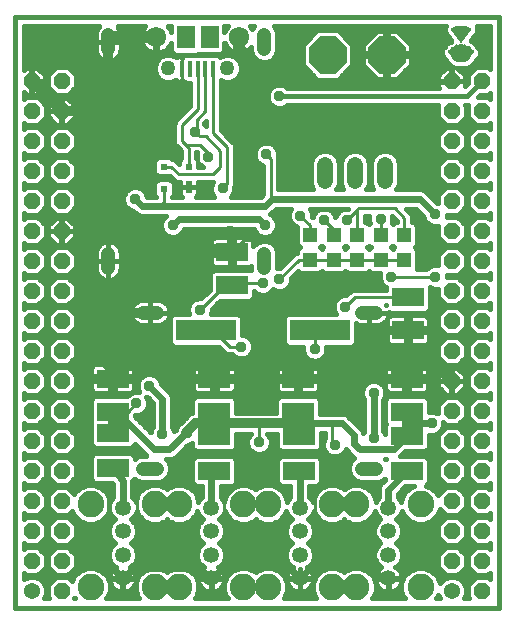
<source format=gtl>
G75*
%MOIN*%
%OFA0B0*%
%FSLAX24Y24*%
%IPPOS*%
%LPD*%
%AMOC8*
5,1,8,0,0,1.08239X$1,22.5*
%
%ADD10C,0.0160*%
%ADD11C,0.0540*%
%ADD12OC8,0.0540*%
%ADD13R,0.0312X0.0004*%
%ADD14R,0.0344X0.0004*%
%ADD15R,0.0368X0.0004*%
%ADD16R,0.0392X0.0004*%
%ADD17R,0.0408X0.0004*%
%ADD18R,0.0424X0.0004*%
%ADD19R,0.0432X0.0004*%
%ADD20R,0.0448X0.0004*%
%ADD21R,0.0456X0.0004*%
%ADD22R,0.0472X0.0004*%
%ADD23R,0.0480X0.0004*%
%ADD24R,0.0488X0.0004*%
%ADD25R,0.0496X0.0004*%
%ADD26R,0.0504X0.0004*%
%ADD27R,0.0512X0.0004*%
%ADD28R,0.0520X0.0004*%
%ADD29R,0.0528X0.0004*%
%ADD30R,0.0536X0.0004*%
%ADD31R,0.0536X0.0004*%
%ADD32R,0.0544X0.0004*%
%ADD33R,0.0552X0.0004*%
%ADD34R,0.0560X0.0004*%
%ADD35R,0.0560X0.0004*%
%ADD36R,0.0568X0.0004*%
%ADD37R,0.0576X0.0004*%
%ADD38R,0.0584X0.0004*%
%ADD39R,0.0592X0.0004*%
%ADD40R,0.0592X0.0004*%
%ADD41R,0.0600X0.0004*%
%ADD42R,0.0608X0.0004*%
%ADD43R,0.0608X0.0004*%
%ADD44R,0.0616X0.0004*%
%ADD45R,0.0624X0.0004*%
%ADD46R,0.0632X0.0004*%
%ADD47R,0.0632X0.0004*%
%ADD48R,0.0640X0.0004*%
%ADD49R,0.0648X0.0004*%
%ADD50R,0.0648X0.0004*%
%ADD51R,0.0656X0.0004*%
%ADD52R,0.0664X0.0004*%
%ADD53R,0.0664X0.0004*%
%ADD54R,0.0672X0.0004*%
%ADD55R,0.0680X0.0004*%
%ADD56R,0.0680X0.0004*%
%ADD57R,0.0688X0.0004*%
%ADD58R,0.0696X0.0004*%
%ADD59R,0.0700X0.0004*%
%ADD60R,0.0708X0.0004*%
%ADD61R,0.0716X0.0004*%
%ADD62R,0.0720X0.0004*%
%ADD63R,0.0720X0.0004*%
%ADD64R,0.0724X0.0004*%
%ADD65R,0.0808X0.0004*%
%ADD66R,0.0824X0.0004*%
%ADD67R,0.0832X0.0004*%
%ADD68R,0.0840X0.0004*%
%ADD69R,0.0848X0.0004*%
%ADD70R,0.0856X0.0004*%
%ADD71R,0.0860X0.0004*%
%ADD72R,0.0864X0.0004*%
%ADD73R,0.0864X0.0004*%
%ADD74R,0.0868X0.0004*%
%ADD75R,0.0872X0.0004*%
%ADD76R,0.0872X0.0004*%
%ADD77R,0.0860X0.0004*%
%ADD78R,0.0832X0.0004*%
%ADD79R,0.0824X0.0004*%
%ADD80R,0.0708X0.0004*%
%ADD81R,0.0712X0.0004*%
%ADD82R,0.0712X0.0004*%
%ADD83R,0.0700X0.0004*%
%ADD84R,0.0696X0.0004*%
%ADD85R,0.0692X0.0004*%
%ADD86R,0.0668X0.0004*%
%ADD87R,0.0660X0.0004*%
%ADD88R,0.0452X0.0004*%
%ADD89R,0.0188X0.0004*%
%ADD90R,0.0448X0.0004*%
%ADD91R,0.0440X0.0004*%
%ADD92R,0.0184X0.0004*%
%ADD93R,0.0432X0.0004*%
%ADD94R,0.0184X0.0004*%
%ADD95R,0.0424X0.0004*%
%ADD96R,0.0412X0.0004*%
%ADD97R,0.0128X0.0004*%
%ADD98R,0.0044X0.0004*%
%ADD99R,0.0400X0.0004*%
%ADD100R,0.0008X0.0004*%
%ADD101R,0.0388X0.0004*%
%ADD102R,0.0132X0.0004*%
%ADD103R,0.0360X0.0004*%
%ADD104R,0.0136X0.0004*%
%ADD105R,0.0340X0.0004*%
%ADD106R,0.0140X0.0004*%
%ADD107R,0.0328X0.0004*%
%ADD108R,0.0144X0.0004*%
%ADD109R,0.0324X0.0004*%
%ADD110R,0.0148X0.0004*%
%ADD111R,0.0320X0.0004*%
%ADD112R,0.0156X0.0004*%
%ADD113R,0.0316X0.0004*%
%ADD114R,0.0176X0.0004*%
%ADD115R,0.0080X0.0004*%
%ADD116R,0.0052X0.0004*%
%ADD117R,0.0380X0.0004*%
%ADD118R,0.0372X0.0004*%
%ADD119R,0.0356X0.0004*%
%ADD120R,0.0004X0.0004*%
%ADD121R,0.0308X0.0004*%
%ADD122R,0.0060X0.0004*%
%ADD123R,0.0240X0.0004*%
%ADD124R,0.0232X0.0004*%
%ADD125R,0.0044X0.0004*%
%ADD126R,0.0164X0.0004*%
%ADD127R,0.0056X0.0004*%
%ADD128R,0.0036X0.0004*%
%ADD129R,0.0156X0.0004*%
%ADD130R,0.0048X0.0004*%
%ADD131R,0.0024X0.0004*%
%ADD132R,0.0036X0.0004*%
%ADD133R,0.0016X0.0004*%
%ADD134R,0.0028X0.0004*%
%ADD135R,0.0012X0.0004*%
%ADD136R,0.0124X0.0004*%
%ADD137R,0.0108X0.0004*%
%ADD138R,0.0008X0.0004*%
%ADD139R,0.0092X0.0004*%
%ADD140R,0.0068X0.0004*%
%ADD141R,0.0008X0.0004*%
%ADD142R,0.0016X0.0004*%
%ADD143R,0.0024X0.0004*%
%ADD144R,0.0032X0.0004*%
%ADD145R,0.0032X0.0004*%
%ADD146R,0.0040X0.0004*%
%ADD147R,0.0056X0.0004*%
%ADD148R,0.0064X0.0004*%
%ADD149R,0.0072X0.0004*%
%ADD150R,0.0088X0.0004*%
%ADD151R,0.0096X0.0004*%
%ADD152R,0.0104X0.0004*%
%ADD153R,0.0112X0.0004*%
%ADD154R,0.0120X0.0004*%
%ADD155R,0.0124X0.0004*%
%ADD156R,0.0128X0.0004*%
%ADD157R,0.0144X0.0004*%
%ADD158R,0.0152X0.0004*%
%ADD159R,0.0152X0.0004*%
%ADD160R,0.0160X0.0004*%
%ADD161R,0.0168X0.0004*%
%ADD162R,0.0176X0.0004*%
%ADD163R,0.0184X0.0004*%
%ADD164R,0.0192X0.0004*%
%ADD165R,0.0200X0.0004*%
%ADD166R,0.0208X0.0004*%
%ADD167R,0.0216X0.0004*%
%ADD168R,0.0216X0.0004*%
%ADD169R,0.0224X0.0004*%
%ADD170R,0.0232X0.0004*%
%ADD171R,0.0240X0.0004*%
%ADD172R,0.0248X0.0004*%
%ADD173R,0.0256X0.0004*%
%ADD174R,0.0264X0.0004*%
%ADD175R,0.0272X0.0004*%
%ADD176R,0.0280X0.0004*%
%ADD177R,0.0288X0.0004*%
%ADD178R,0.0296X0.0004*%
%ADD179R,0.0304X0.0004*%
%ADD180R,0.0320X0.0004*%
%ADD181R,0.0328X0.0004*%
%ADD182R,0.0336X0.0004*%
%ADD183R,0.0336X0.0004*%
%ADD184R,0.0200X0.0004*%
%ADD185R,0.0128X0.0004*%
%ADD186R,0.0204X0.0004*%
%ADD187R,0.0216X0.0004*%
%ADD188R,0.0228X0.0004*%
%ADD189R,0.0416X0.0004*%
%ADD190R,0.0424X0.0004*%
%ADD191R,0.0428X0.0004*%
%ADD192R,0.0304X0.0004*%
%ADD193R,0.0180X0.0004*%
%ADD194R,0.0112X0.0004*%
%ADD195R,0.0176X0.0004*%
%ADD196R,0.0112X0.0004*%
%ADD197R,0.0132X0.0004*%
%ADD198R,0.0116X0.0004*%
%ADD199R,0.0332X0.0004*%
%ADD200R,0.0336X0.0004*%
%ADD201R,0.0480X0.0004*%
%ADD202R,0.0496X0.0004*%
%ADD203R,0.0512X0.0004*%
%ADD204R,0.0544X0.0004*%
%ADD205R,0.0208X0.0004*%
%ADD206R,0.0356X0.0004*%
%ADD207R,0.0208X0.0004*%
%ADD208R,0.0364X0.0004*%
%ADD209R,0.0212X0.0004*%
%ADD210R,0.0368X0.0004*%
%ADD211R,0.0220X0.0004*%
%ADD212R,0.0600X0.0004*%
%ADD213R,0.0356X0.0004*%
%ADD214R,0.0228X0.0004*%
%ADD215R,0.0236X0.0004*%
%ADD216R,0.0360X0.0004*%
%ADD217R,0.0368X0.0004*%
%ADD218R,0.0244X0.0004*%
%ADD219R,0.0252X0.0004*%
%ADD220R,0.0376X0.0004*%
%ADD221R,0.0672X0.0004*%
%ADD222R,0.0624X0.0004*%
%ADD223R,0.0596X0.0004*%
%ADD224R,0.0552X0.0004*%
%ADD225R,0.0456X0.0004*%
%ADD226R,0.0384X0.0004*%
%ADD227R,0.0352X0.0004*%
%ADD228R,0.0188X0.0004*%
%ADD229R,0.0108X0.0004*%
%ADD230OC8,0.1250*%
%ADD231C,0.0472*%
%ADD232C,0.0540*%
%ADD233R,0.1063X0.0591*%
%ADD234R,0.1063X0.0630*%
%ADD235R,0.0472X0.0472*%
%ADD236R,0.0236X0.0394*%
%ADD237R,0.0236X0.0236*%
%ADD238R,0.2000X0.0700*%
%ADD239C,0.0531*%
%ADD240C,0.0886*%
%ADD241R,0.0157X0.0531*%
%ADD242R,0.0591X0.0748*%
%ADD243C,0.0679*%
%ADD244C,0.0502*%
%ADD245C,0.0320*%
%ADD246C,0.0376*%
%ADD247C,0.0100*%
%ADD248C,0.0240*%
%ADD249C,0.0400*%
D10*
X002254Y004003D02*
X018396Y004003D01*
X018396Y023688D01*
X002254Y023688D01*
X002254Y004003D01*
X002564Y004959D02*
X002564Y005154D01*
X002630Y005088D01*
X003019Y005088D01*
X003295Y005363D01*
X003295Y005753D01*
X003019Y006028D01*
X002630Y006028D01*
X002564Y005962D01*
X002564Y006154D01*
X002630Y006088D01*
X003019Y006088D01*
X003295Y006363D01*
X003295Y006753D01*
X003019Y007028D01*
X002630Y007028D01*
X002564Y006962D01*
X002564Y007154D01*
X002630Y007088D01*
X003019Y007088D01*
X003295Y007363D01*
X003295Y007753D01*
X003019Y008028D01*
X002630Y008028D01*
X002564Y007962D01*
X002564Y008154D01*
X002630Y008088D01*
X003019Y008088D01*
X003295Y008363D01*
X003295Y008753D01*
X003019Y009028D01*
X002630Y009028D01*
X002564Y008962D01*
X002564Y009154D01*
X002630Y009088D01*
X003019Y009088D01*
X003295Y009363D01*
X003295Y009753D01*
X003019Y010028D01*
X002630Y010028D01*
X002564Y009962D01*
X002564Y010154D01*
X002630Y010088D01*
X003019Y010088D01*
X003295Y010363D01*
X003295Y010753D01*
X003019Y011028D01*
X002630Y011028D01*
X002564Y010962D01*
X002564Y011154D01*
X002630Y011088D01*
X003019Y011088D01*
X003295Y011363D01*
X003295Y011753D01*
X003019Y012028D01*
X002630Y012028D01*
X002564Y011962D01*
X002564Y012154D01*
X002630Y012088D01*
X003019Y012088D01*
X003295Y012363D01*
X003295Y012753D01*
X003019Y013028D01*
X002630Y013028D01*
X002564Y012962D01*
X002564Y013154D01*
X002630Y013088D01*
X003019Y013088D01*
X003295Y013363D01*
X003295Y013753D01*
X003019Y014028D01*
X002630Y014028D01*
X002564Y013962D01*
X002564Y014154D01*
X002630Y014088D01*
X003019Y014088D01*
X003295Y014363D01*
X003295Y014753D01*
X003019Y015028D01*
X002630Y015028D01*
X002564Y014962D01*
X002564Y015154D01*
X002630Y015088D01*
X003019Y015088D01*
X003295Y015363D01*
X003295Y015753D01*
X003019Y016028D01*
X002630Y016028D01*
X002564Y015962D01*
X002564Y016154D01*
X002630Y016088D01*
X003019Y016088D01*
X003295Y016363D01*
X003295Y016753D01*
X003019Y017028D01*
X002630Y017028D01*
X002564Y016962D01*
X002564Y017154D01*
X002630Y017088D01*
X003019Y017088D01*
X003295Y017363D01*
X003295Y017753D01*
X003019Y018028D01*
X002630Y018028D01*
X002564Y017962D01*
X002564Y018154D01*
X002630Y018088D01*
X003019Y018088D01*
X003295Y018363D01*
X003295Y018753D01*
X003019Y019028D01*
X002630Y019028D01*
X002564Y018962D01*
X002564Y019154D01*
X002630Y019088D01*
X003019Y019088D01*
X003295Y019363D01*
X003295Y019753D01*
X003019Y020028D01*
X002630Y020028D01*
X002564Y019962D01*
X002564Y020154D01*
X002630Y020088D01*
X003019Y020088D01*
X003295Y020363D01*
X003295Y020753D01*
X003019Y021028D01*
X002630Y021028D01*
X002564Y020962D01*
X002564Y021183D01*
X002638Y021108D01*
X002815Y021108D01*
X002815Y021548D01*
X002835Y021548D01*
X002835Y021568D01*
X003275Y021568D01*
X003275Y021744D01*
X003011Y022008D01*
X002835Y022008D01*
X002835Y021568D01*
X002815Y021568D01*
X002815Y022008D01*
X002638Y022008D01*
X002564Y021934D01*
X002564Y023378D01*
X005054Y023378D01*
X005052Y023376D01*
X005014Y023323D01*
X004984Y023265D01*
X004964Y023203D01*
X004953Y023138D01*
X004953Y022869D01*
X004953Y022600D01*
X004964Y022535D01*
X004984Y022473D01*
X005014Y022415D01*
X005052Y022362D01*
X005098Y022315D01*
X005151Y022277D01*
X005210Y022247D01*
X005272Y022227D01*
X005337Y022217D01*
X005370Y022217D01*
X005402Y022217D01*
X005467Y022227D01*
X005529Y022247D01*
X005588Y022277D01*
X005641Y022315D01*
X005687Y022362D01*
X005726Y022415D01*
X005755Y022473D01*
X005776Y022535D01*
X005786Y022600D01*
X005786Y022869D01*
X005370Y022869D01*
X005370Y022869D01*
X005786Y022869D01*
X005786Y023138D01*
X005776Y023203D01*
X005755Y023265D01*
X005726Y023323D01*
X005687Y023376D01*
X005685Y023378D01*
X006603Y023378D01*
X006582Y023357D01*
X006534Y023291D01*
X006497Y023218D01*
X006471Y023140D01*
X006459Y023060D01*
X006459Y023052D01*
X006945Y023052D01*
X006945Y022986D01*
X006459Y022986D01*
X006459Y022978D01*
X006471Y022897D01*
X006497Y022819D01*
X006534Y022746D01*
X006582Y022680D01*
X006640Y022622D01*
X006706Y022574D01*
X006779Y022537D01*
X006857Y022512D01*
X006937Y022499D01*
X006945Y022499D01*
X006945Y022986D01*
X007011Y022986D01*
X007011Y022499D01*
X007019Y022499D01*
X007100Y022512D01*
X007178Y022537D01*
X007251Y022574D01*
X007317Y022622D01*
X007375Y022680D01*
X007423Y022746D01*
X007460Y022819D01*
X007467Y022842D01*
X007467Y022558D01*
X007584Y022441D01*
X008341Y022441D01*
X008358Y022458D01*
X008372Y022445D01*
X009128Y022445D01*
X009245Y022562D01*
X009245Y022842D01*
X009253Y022819D01*
X009290Y022746D01*
X009338Y022680D01*
X009396Y022622D01*
X009462Y022574D01*
X009535Y022537D01*
X009612Y022512D01*
X009693Y022499D01*
X009701Y022499D01*
X009701Y022986D01*
X009767Y022986D01*
X009767Y022499D01*
X009775Y022499D01*
X009856Y022512D01*
X009934Y022537D01*
X010006Y022574D01*
X010073Y022622D01*
X010130Y022680D01*
X010133Y022684D01*
X010133Y022546D01*
X010200Y022386D01*
X010322Y022263D01*
X010483Y022197D01*
X010656Y022197D01*
X010817Y022263D01*
X010939Y022386D01*
X011006Y022546D01*
X011006Y023192D01*
X010939Y023352D01*
X010914Y023378D01*
X016618Y023378D01*
X016598Y023358D01*
X016598Y023358D01*
X016594Y023354D01*
X016594Y023180D01*
X016602Y023172D01*
X016602Y023168D01*
X016614Y023156D01*
X016614Y023152D01*
X016618Y023148D01*
X016626Y023140D01*
X016626Y023136D01*
X016634Y023128D01*
X016638Y023124D01*
X016638Y023120D01*
X016650Y023108D01*
X016650Y023104D01*
X016662Y023092D01*
X016662Y023088D01*
X016674Y023076D01*
X016674Y023072D01*
X016678Y023068D01*
X016686Y023060D01*
X016686Y023056D01*
X016694Y023048D01*
X016698Y023044D01*
X016698Y023040D01*
X016706Y023032D01*
X016706Y023028D01*
X016718Y023016D01*
X016718Y023012D01*
X016722Y023008D01*
X016730Y023000D01*
X016730Y022996D01*
X016742Y022984D01*
X016742Y022980D01*
X016754Y022968D01*
X016754Y022964D01*
X016766Y022952D01*
X016766Y022948D01*
X016778Y022936D01*
X016778Y022932D01*
X016782Y022928D01*
X016790Y022920D01*
X016790Y022916D01*
X016798Y022908D01*
X016802Y022904D01*
X016802Y022900D01*
X016813Y022889D01*
X016795Y022871D01*
X016731Y022871D01*
X016614Y022754D01*
X016614Y022738D01*
X016610Y022734D01*
X016610Y022726D01*
X016502Y022618D01*
X016502Y022610D01*
X016498Y022606D01*
X016498Y022602D01*
X016498Y022602D01*
X016498Y022424D01*
X016498Y022416D01*
X016502Y022412D01*
X016502Y022404D01*
X016602Y022304D01*
X016606Y022300D01*
X016606Y022296D01*
X016610Y022292D01*
X016610Y022284D01*
X016614Y022280D01*
X016614Y022276D01*
X016618Y022272D01*
X016618Y022268D01*
X016622Y022264D01*
X016622Y022260D01*
X016626Y022256D01*
X016626Y022252D01*
X016630Y022248D01*
X016630Y022244D01*
X016634Y022240D01*
X016634Y022236D01*
X016638Y022232D01*
X016638Y022228D01*
X016646Y022220D01*
X016646Y022216D01*
X016654Y022208D01*
X016654Y022204D01*
X016666Y022192D01*
X016666Y022188D01*
X016686Y022168D01*
X016803Y022051D01*
X016807Y022047D01*
X016811Y022043D01*
X016815Y022039D01*
X016819Y022039D01*
X016827Y022031D01*
X016831Y022031D01*
X016835Y022027D01*
X016839Y022023D01*
X016843Y022023D01*
X016847Y022019D01*
X016851Y022019D01*
X016855Y022015D01*
X016863Y022015D01*
X016867Y022011D01*
X016875Y022011D01*
X016878Y022008D01*
X016835Y022008D01*
X016835Y021568D01*
X017275Y021568D01*
X017275Y021744D01*
X017016Y022003D01*
X017373Y022003D01*
X017377Y022007D01*
X017389Y022007D01*
X017393Y022011D01*
X017401Y022011D01*
X017405Y022015D01*
X017413Y022015D01*
X017417Y022019D01*
X017421Y022019D01*
X017425Y022023D01*
X017429Y022023D01*
X017433Y022027D01*
X017437Y022031D01*
X017441Y022031D01*
X017449Y022039D01*
X017453Y022039D01*
X017457Y022043D01*
X017461Y022047D01*
X017465Y022051D01*
X017582Y022168D01*
X017602Y022188D01*
X017602Y022192D01*
X017614Y022204D01*
X017614Y022208D01*
X017622Y022216D01*
X017622Y022220D01*
X017630Y022228D01*
X017630Y022232D01*
X017634Y022236D01*
X017634Y022240D01*
X017638Y022244D01*
X017638Y022248D01*
X017642Y022252D01*
X017642Y022256D01*
X017646Y022260D01*
X017646Y022264D01*
X017650Y022268D01*
X017650Y022272D01*
X017654Y022276D01*
X017654Y022280D01*
X017658Y022284D01*
X017658Y022292D01*
X017662Y022296D01*
X017662Y022300D01*
X017666Y022304D01*
X017750Y022388D01*
X017762Y022400D01*
X017762Y022404D01*
X017766Y022408D01*
X017766Y022420D01*
X017770Y022424D01*
X017770Y022602D01*
X017766Y022606D01*
X017766Y022614D01*
X017762Y022618D01*
X017762Y022622D01*
X017758Y022626D01*
X017746Y022638D01*
X017674Y022710D01*
X017674Y022718D01*
X017670Y022722D01*
X017670Y022726D01*
X017666Y022730D01*
X017666Y022734D01*
X017662Y022738D01*
X017658Y022742D01*
X017658Y022746D01*
X017654Y022750D01*
X017650Y022754D01*
X017646Y022758D01*
X017529Y022875D01*
X017529Y022875D01*
X017521Y022883D01*
X017517Y022883D01*
X017509Y022891D01*
X017505Y022891D01*
X017501Y022895D01*
X017497Y022895D01*
X017493Y022899D01*
X017489Y022899D01*
X017485Y022903D01*
X017473Y022903D01*
X017469Y022907D01*
X017469Y022907D01*
X017470Y022908D01*
X017478Y022916D01*
X017478Y022920D01*
X017486Y022928D01*
X017490Y022932D01*
X017490Y022936D01*
X017502Y022948D01*
X017502Y022952D01*
X017514Y022964D01*
X017514Y022968D01*
X017526Y022980D01*
X017526Y022984D01*
X017530Y022988D01*
X017538Y022996D01*
X017538Y023000D01*
X017546Y023008D01*
X017546Y023012D01*
X017562Y023028D01*
X017562Y023032D01*
X017570Y023040D01*
X017570Y023044D01*
X017574Y023048D01*
X017582Y023056D01*
X017582Y023060D01*
X017590Y023068D01*
X017594Y023072D01*
X017594Y023076D01*
X017606Y023088D01*
X017606Y023092D01*
X017618Y023104D01*
X017618Y023108D01*
X017630Y023120D01*
X017630Y023124D01*
X017634Y023128D01*
X017642Y023136D01*
X017642Y023140D01*
X017650Y023148D01*
X017650Y023148D01*
X017654Y023152D01*
X017654Y023156D01*
X017666Y023168D01*
X017666Y023172D01*
X017674Y023180D01*
X017674Y023354D01*
X017670Y023358D01*
X017650Y023378D01*
X018086Y023378D01*
X018086Y021962D01*
X018019Y022028D01*
X017630Y022028D01*
X017355Y021753D01*
X017355Y021484D01*
X017275Y021404D01*
X017275Y021548D01*
X016835Y021548D01*
X016835Y021568D01*
X016815Y021568D01*
X016815Y022008D01*
X016638Y022008D01*
X016375Y021744D01*
X016375Y021568D01*
X016815Y021568D01*
X016815Y021548D01*
X016375Y021548D01*
X016375Y021372D01*
X016416Y021330D01*
X011342Y021330D01*
X011293Y021379D01*
X011150Y021438D01*
X010996Y021438D01*
X010853Y021379D01*
X010744Y021270D01*
X010685Y021127D01*
X010685Y020973D01*
X010744Y020830D01*
X010853Y020721D01*
X010996Y020662D01*
X011150Y020662D01*
X011293Y020721D01*
X011342Y020770D01*
X016372Y020770D01*
X016355Y020753D01*
X016355Y020363D01*
X016630Y020088D01*
X017019Y020088D01*
X017295Y020363D01*
X017295Y020753D01*
X017277Y020770D01*
X017372Y020770D01*
X017355Y020753D01*
X017355Y020363D01*
X017630Y020088D01*
X018019Y020088D01*
X018086Y020154D01*
X018086Y019962D01*
X018019Y020028D01*
X017630Y020028D01*
X017355Y019753D01*
X017355Y019363D01*
X017630Y019088D01*
X018019Y019088D01*
X018086Y019154D01*
X018086Y018962D01*
X018019Y019028D01*
X017630Y019028D01*
X017355Y018753D01*
X017355Y018363D01*
X017630Y018088D01*
X018019Y018088D01*
X018086Y018154D01*
X018086Y017962D01*
X018019Y018028D01*
X017630Y018028D01*
X017355Y017753D01*
X017355Y017363D01*
X017630Y017088D01*
X018019Y017088D01*
X018086Y017154D01*
X018086Y016962D01*
X018019Y017028D01*
X017630Y017028D01*
X017355Y016753D01*
X017355Y016363D01*
X017630Y016088D01*
X018019Y016088D01*
X018086Y016154D01*
X018086Y015962D01*
X018019Y016028D01*
X017630Y016028D01*
X017355Y015753D01*
X017355Y015363D01*
X017630Y015088D01*
X018019Y015088D01*
X018086Y015154D01*
X018086Y014962D01*
X018019Y015028D01*
X017630Y015028D01*
X017355Y014753D01*
X017355Y014363D01*
X017630Y014088D01*
X018019Y014088D01*
X018086Y014154D01*
X018086Y013962D01*
X018019Y014028D01*
X017630Y014028D01*
X017355Y013753D01*
X017355Y013363D01*
X017630Y013088D01*
X018019Y013088D01*
X018086Y013154D01*
X018086Y012962D01*
X018019Y013028D01*
X017630Y013028D01*
X017355Y012753D01*
X017355Y012363D01*
X017630Y012088D01*
X018019Y012088D01*
X018086Y012154D01*
X018086Y011962D01*
X018019Y012028D01*
X017630Y012028D01*
X017355Y011753D01*
X017355Y011363D01*
X017630Y011088D01*
X018019Y011088D01*
X018086Y011154D01*
X018086Y010962D01*
X018019Y011028D01*
X017630Y011028D01*
X017355Y010753D01*
X017355Y010363D01*
X017630Y010088D01*
X018019Y010088D01*
X018086Y010154D01*
X018086Y009962D01*
X018019Y010028D01*
X017630Y010028D01*
X017355Y009753D01*
X017355Y009363D01*
X017630Y009088D01*
X018019Y009088D01*
X018086Y009154D01*
X018086Y008962D01*
X018019Y009028D01*
X017630Y009028D01*
X017355Y008753D01*
X017355Y008363D01*
X017630Y008088D01*
X018019Y008088D01*
X018086Y008154D01*
X018086Y007962D01*
X018019Y008028D01*
X017630Y008028D01*
X017355Y007753D01*
X017355Y007363D01*
X017630Y007088D01*
X018019Y007088D01*
X018086Y007154D01*
X018086Y006962D01*
X018019Y007028D01*
X017630Y007028D01*
X017355Y006753D01*
X017355Y006363D01*
X017630Y006088D01*
X018019Y006088D01*
X018086Y006154D01*
X018086Y005962D01*
X018019Y006028D01*
X017630Y006028D01*
X017355Y005753D01*
X017355Y005363D01*
X017630Y005088D01*
X018019Y005088D01*
X018086Y005154D01*
X018086Y004962D01*
X018019Y005028D01*
X017630Y005028D01*
X017355Y004753D01*
X017355Y004363D01*
X017405Y004313D01*
X017232Y004313D01*
X017295Y004465D01*
X017295Y004652D01*
X017223Y004824D01*
X017091Y004957D01*
X016918Y005028D01*
X016731Y005028D01*
X016558Y004957D01*
X016426Y004824D01*
X016330Y005056D01*
X016149Y005237D01*
X015913Y005335D01*
X015657Y005335D01*
X015421Y005237D01*
X015240Y005056D01*
X015142Y004820D01*
X015142Y004564D01*
X015240Y004328D01*
X015255Y004313D01*
X014174Y004313D01*
X014189Y004328D01*
X014286Y004564D01*
X014286Y004820D01*
X014189Y005056D01*
X014008Y005237D01*
X013771Y005335D01*
X013516Y005335D01*
X013279Y005237D01*
X013238Y005196D01*
X013197Y005237D01*
X012960Y005335D01*
X012705Y005335D01*
X012468Y005237D01*
X012288Y005056D01*
X012190Y004820D01*
X012190Y004564D01*
X012288Y004328D01*
X012302Y004313D01*
X011221Y004313D01*
X011236Y004328D01*
X011334Y004564D01*
X011334Y004820D01*
X011236Y005056D01*
X011055Y005237D01*
X010819Y005335D01*
X010563Y005335D01*
X010327Y005237D01*
X010285Y005196D01*
X010244Y005237D01*
X010008Y005335D01*
X009752Y005335D01*
X009516Y005237D01*
X009335Y005056D01*
X009237Y004820D01*
X009237Y004564D01*
X009335Y004328D01*
X009350Y004313D01*
X008268Y004313D01*
X008283Y004328D01*
X008381Y004564D01*
X008381Y004820D01*
X008283Y005056D01*
X008102Y005237D01*
X007866Y005335D01*
X007610Y005335D01*
X007374Y005237D01*
X007333Y005196D01*
X007291Y005237D01*
X007055Y005335D01*
X006799Y005335D01*
X006563Y005237D01*
X006382Y005056D01*
X006284Y004820D01*
X006284Y004564D01*
X006382Y004328D01*
X006397Y004313D01*
X005316Y004313D01*
X005330Y004328D01*
X005428Y004564D01*
X005428Y004820D01*
X005330Y005056D01*
X005149Y005237D01*
X004913Y005335D01*
X004657Y005335D01*
X004421Y005237D01*
X004240Y005056D01*
X004167Y004880D01*
X004019Y005028D01*
X003630Y005028D01*
X003355Y004753D01*
X003355Y004363D01*
X003405Y004313D01*
X003232Y004313D01*
X003295Y004465D01*
X003295Y004652D01*
X003223Y004824D01*
X003091Y004957D01*
X002918Y005028D01*
X002731Y005028D01*
X002564Y004959D01*
X002564Y005112D02*
X002606Y005112D01*
X003044Y005112D02*
X003606Y005112D01*
X003630Y005088D02*
X004019Y005088D01*
X004295Y005363D01*
X004295Y005753D01*
X004019Y006028D01*
X003630Y006028D01*
X003355Y005753D01*
X003355Y005363D01*
X003630Y005088D01*
X003556Y004954D02*
X003093Y004954D01*
X003235Y004795D02*
X003397Y004795D01*
X003355Y004637D02*
X003295Y004637D01*
X003295Y004478D02*
X003355Y004478D01*
X003398Y004320D02*
X003235Y004320D01*
X003202Y005271D02*
X003447Y005271D01*
X003355Y005429D02*
X003295Y005429D01*
X003295Y005588D02*
X003355Y005588D01*
X003355Y005746D02*
X003295Y005746D01*
X003142Y005905D02*
X003507Y005905D01*
X003630Y006088D02*
X004019Y006088D01*
X004295Y006363D01*
X004295Y006753D01*
X004019Y007028D01*
X003630Y007028D01*
X003355Y006753D01*
X003355Y006363D01*
X003630Y006088D01*
X003496Y006222D02*
X003153Y006222D01*
X003295Y006380D02*
X003355Y006380D01*
X003355Y006539D02*
X003295Y006539D01*
X003295Y006697D02*
X003355Y006697D01*
X003458Y006856D02*
X003191Y006856D01*
X003033Y007014D02*
X003616Y007014D01*
X003630Y007088D02*
X004019Y007088D01*
X004174Y007243D01*
X004240Y007084D01*
X004421Y006903D01*
X004657Y006805D01*
X004913Y006805D01*
X005149Y006903D01*
X005330Y007084D01*
X005395Y007239D01*
X005461Y007078D01*
X005591Y006948D01*
X005461Y006818D01*
X005390Y006647D01*
X005390Y006461D01*
X005461Y006290D01*
X005591Y006160D01*
X005461Y006031D01*
X005390Y005859D01*
X005390Y005674D01*
X005461Y005503D01*
X005592Y005372D01*
X005622Y005360D01*
X005566Y005319D01*
X005516Y005270D01*
X005475Y005213D01*
X005443Y005150D01*
X005421Y005084D01*
X005410Y005014D01*
X005410Y004988D01*
X005848Y004988D01*
X005848Y004971D01*
X005865Y004971D01*
X005865Y004988D01*
X006302Y004988D01*
X006302Y005014D01*
X006291Y005084D01*
X006269Y005150D01*
X006237Y005213D01*
X006196Y005270D01*
X006147Y005319D01*
X006091Y005360D01*
X006120Y005372D01*
X006251Y005503D01*
X006322Y005674D01*
X006322Y005859D01*
X006251Y006031D01*
X006121Y006160D01*
X006251Y006290D01*
X006322Y006461D01*
X006322Y006647D01*
X006251Y006818D01*
X006121Y006948D01*
X006251Y007078D01*
X006318Y007239D01*
X006382Y007084D01*
X006563Y006903D01*
X006799Y006805D01*
X007055Y006805D01*
X007291Y006903D01*
X007333Y006944D01*
X007374Y006903D01*
X007610Y006805D01*
X007866Y006805D01*
X008102Y006903D01*
X008283Y007084D01*
X008347Y007239D01*
X008414Y007078D01*
X008544Y006948D01*
X008414Y006818D01*
X008343Y006647D01*
X008343Y006461D01*
X008414Y006290D01*
X008544Y006160D01*
X008414Y006031D01*
X008343Y005859D01*
X008343Y005674D01*
X008414Y005503D01*
X008545Y005372D01*
X008574Y005360D01*
X008519Y005319D01*
X008469Y005270D01*
X008428Y005213D01*
X008396Y005150D01*
X008374Y005084D01*
X008363Y005014D01*
X008363Y004988D01*
X008800Y004988D01*
X008800Y004971D01*
X008363Y004971D01*
X008363Y004944D01*
X008374Y004875D01*
X008396Y004808D01*
X008428Y004746D01*
X008469Y004689D01*
X008519Y004639D01*
X008575Y004598D01*
X008638Y004566D01*
X008705Y004545D01*
X008774Y004534D01*
X008800Y004534D01*
X008800Y004971D01*
X008818Y004971D01*
X008818Y004988D01*
X009255Y004988D01*
X009255Y005014D01*
X009244Y005084D01*
X009222Y005150D01*
X009190Y005213D01*
X009149Y005270D01*
X009099Y005319D01*
X009044Y005360D01*
X009073Y005372D01*
X009204Y005503D01*
X009275Y005674D01*
X009275Y005859D01*
X009204Y006031D01*
X009074Y006160D01*
X009204Y006290D01*
X009275Y006461D01*
X009275Y006647D01*
X009204Y006818D01*
X009074Y006948D01*
X009204Y007078D01*
X009270Y007239D01*
X009335Y007084D01*
X009516Y006903D01*
X009752Y006805D01*
X010008Y006805D01*
X010244Y006903D01*
X010285Y006944D01*
X010327Y006903D01*
X010563Y006805D01*
X010819Y006805D01*
X011055Y006903D01*
X011236Y007084D01*
X011300Y007239D01*
X011367Y007078D01*
X011497Y006948D01*
X011367Y006818D01*
X011296Y006647D01*
X011296Y006461D01*
X011367Y006290D01*
X011497Y006160D01*
X011367Y006031D01*
X011296Y005859D01*
X011296Y005674D01*
X011367Y005503D01*
X011498Y005372D01*
X011527Y005360D01*
X011471Y005319D01*
X011422Y005270D01*
X011380Y005213D01*
X011349Y005150D01*
X011327Y005084D01*
X011316Y005014D01*
X011316Y004988D01*
X011753Y004988D01*
X011753Y004971D01*
X011316Y004971D01*
X011316Y004944D01*
X011327Y004875D01*
X011349Y004808D01*
X011380Y004746D01*
X011422Y004689D01*
X011471Y004639D01*
X011528Y004598D01*
X011591Y004566D01*
X011657Y004545D01*
X011727Y004534D01*
X011753Y004534D01*
X011753Y004971D01*
X011770Y004971D01*
X011770Y004534D01*
X011797Y004534D01*
X011866Y004545D01*
X011933Y004566D01*
X011995Y004598D01*
X012052Y004639D01*
X012102Y004689D01*
X012143Y004746D01*
X012175Y004808D01*
X012196Y004875D01*
X012207Y004944D01*
X012207Y004971D01*
X011770Y004971D01*
X011770Y004988D01*
X011770Y005301D01*
X011753Y005301D01*
X011753Y004988D01*
X011770Y004988D01*
X012207Y004988D01*
X012207Y005014D01*
X012196Y005084D01*
X012175Y005150D01*
X012143Y005213D01*
X012102Y005270D01*
X012052Y005319D01*
X011996Y005360D01*
X012026Y005372D01*
X012157Y005503D01*
X012227Y005674D01*
X012227Y005859D01*
X012157Y006031D01*
X012027Y006160D01*
X012157Y006290D01*
X012227Y006461D01*
X012227Y006647D01*
X012157Y006818D01*
X012027Y006948D01*
X012157Y007078D01*
X012223Y007239D01*
X012288Y007084D01*
X012468Y006903D01*
X012705Y006805D01*
X012960Y006805D01*
X013197Y006903D01*
X013238Y006944D01*
X013279Y006903D01*
X013516Y006805D01*
X013771Y006805D01*
X014008Y006903D01*
X014189Y007084D01*
X014253Y007239D01*
X014320Y007078D01*
X014449Y006948D01*
X014320Y006818D01*
X014249Y006647D01*
X014249Y006461D01*
X014320Y006290D01*
X014449Y006160D01*
X014320Y006031D01*
X014249Y005859D01*
X014249Y005674D01*
X014320Y005503D01*
X014451Y005372D01*
X014480Y005360D01*
X014424Y005319D01*
X014374Y005270D01*
X014333Y005213D01*
X014301Y005150D01*
X014280Y005084D01*
X014269Y005014D01*
X014269Y004988D01*
X014706Y004988D01*
X014706Y004971D01*
X014269Y004971D01*
X014269Y004944D01*
X014280Y004875D01*
X014301Y004808D01*
X014333Y004746D01*
X014374Y004689D01*
X014424Y004639D01*
X014481Y004598D01*
X014543Y004566D01*
X014610Y004545D01*
X014679Y004534D01*
X014706Y004534D01*
X014706Y004971D01*
X014723Y004971D01*
X014723Y004988D01*
X015160Y004988D01*
X015160Y005014D01*
X015149Y005084D01*
X015128Y005150D01*
X015096Y005213D01*
X015054Y005270D01*
X015005Y005319D01*
X014949Y005360D01*
X014978Y005372D01*
X015109Y005503D01*
X015180Y005674D01*
X015180Y005859D01*
X015109Y006031D01*
X014979Y006160D01*
X015109Y006290D01*
X015180Y006461D01*
X015180Y006647D01*
X015109Y006818D01*
X014979Y006948D01*
X015109Y007078D01*
X015176Y007239D01*
X015240Y007084D01*
X015421Y006903D01*
X015657Y006805D01*
X015913Y006805D01*
X016149Y006903D01*
X016330Y007084D01*
X016419Y007299D01*
X016630Y007088D01*
X017019Y007088D01*
X017295Y007363D01*
X017295Y007753D01*
X017019Y008028D01*
X016630Y008028D01*
X016355Y007753D01*
X016330Y007812D01*
X016149Y007993D01*
X015957Y008073D01*
X016056Y008172D01*
X016056Y008928D01*
X015939Y009045D01*
X015111Y009045D01*
X015282Y009216D01*
X015939Y009216D01*
X016056Y009333D01*
X016056Y009764D01*
X016074Y009757D01*
X016229Y009757D01*
X016371Y009816D01*
X016480Y009925D01*
X016540Y010067D01*
X016540Y010179D01*
X016630Y010088D01*
X017019Y010088D01*
X017295Y010363D01*
X017295Y010753D01*
X017019Y011028D01*
X016630Y011028D01*
X016355Y010753D01*
X016355Y010481D01*
X016229Y010533D01*
X016074Y010533D01*
X016056Y010525D01*
X016056Y010936D01*
X015939Y011053D01*
X014710Y011053D01*
X014593Y010936D01*
X014593Y010141D01*
X014619Y010115D01*
X014593Y010090D01*
X014593Y009791D01*
X014551Y009892D01*
X014542Y009901D01*
X014542Y010939D01*
X014551Y010948D01*
X014610Y011091D01*
X014610Y011246D01*
X014551Y011388D01*
X014442Y011497D01*
X014300Y011556D01*
X014145Y011556D01*
X014002Y011497D01*
X013893Y011388D01*
X013834Y011246D01*
X013834Y011091D01*
X013893Y010948D01*
X013902Y010939D01*
X013902Y009901D01*
X013893Y009892D01*
X013867Y009829D01*
X013824Y009932D01*
X013734Y010022D01*
X013431Y010326D01*
X013341Y010416D01*
X013223Y010465D01*
X012434Y010465D01*
X012434Y010936D01*
X012317Y011053D01*
X011088Y011053D01*
X010971Y010936D01*
X010971Y010505D01*
X009639Y010505D01*
X009639Y010936D01*
X009522Y011053D01*
X008293Y011053D01*
X008176Y010936D01*
X008176Y010492D01*
X008074Y010450D01*
X007972Y010349D01*
X007783Y010159D01*
X007782Y010159D01*
X007673Y010050D01*
X007673Y010049D01*
X007657Y010034D01*
X007617Y009937D01*
X007559Y009878D01*
X007504Y010010D01*
X007495Y010019D01*
X007495Y011035D01*
X007446Y011153D01*
X007356Y011243D01*
X007130Y011469D01*
X007130Y011482D01*
X007071Y011624D01*
X006962Y011734D01*
X006819Y011793D01*
X006665Y011793D01*
X006522Y011734D01*
X006413Y011624D01*
X006354Y011482D01*
X006354Y011327D01*
X006410Y011192D01*
X006386Y011202D01*
X006232Y011202D01*
X006089Y011143D01*
X005999Y011053D01*
X004907Y011053D01*
X004790Y010936D01*
X004790Y009452D01*
X004907Y009334D01*
X006136Y009334D01*
X006253Y009452D01*
X006253Y009472D01*
X006628Y009097D01*
X006649Y009076D01*
X006450Y009076D01*
X006289Y009010D01*
X006253Y008973D01*
X006253Y009046D01*
X006136Y009164D01*
X004907Y009164D01*
X004790Y009046D01*
X004790Y008290D01*
X004907Y008173D01*
X005490Y008173D01*
X005536Y008110D01*
X005536Y007680D01*
X005461Y007605D01*
X005428Y007525D01*
X005428Y007576D01*
X005330Y007812D01*
X005149Y007993D01*
X004913Y008091D01*
X004657Y008091D01*
X004421Y007993D01*
X004240Y007812D01*
X004239Y007809D01*
X004019Y008028D01*
X003630Y008028D01*
X003355Y007753D01*
X003355Y007363D01*
X003630Y007088D01*
X003545Y007173D02*
X003104Y007173D01*
X003263Y007331D02*
X003387Y007331D01*
X003355Y007490D02*
X003295Y007490D01*
X003295Y007648D02*
X003355Y007648D01*
X003409Y007807D02*
X003240Y007807D01*
X003082Y007965D02*
X003567Y007965D01*
X003630Y008088D02*
X004019Y008088D01*
X004295Y008363D01*
X004295Y008753D01*
X004019Y009028D01*
X003630Y009028D01*
X003355Y008753D01*
X003355Y008363D01*
X003630Y008088D01*
X003594Y008124D02*
X003055Y008124D01*
X003214Y008282D02*
X003436Y008282D01*
X003355Y008441D02*
X003295Y008441D01*
X003295Y008599D02*
X003355Y008599D01*
X003360Y008758D02*
X003289Y008758D01*
X003131Y008916D02*
X003518Y008916D01*
X003630Y009088D02*
X004019Y009088D01*
X004295Y009363D01*
X004295Y009753D01*
X004019Y010028D01*
X003630Y010028D01*
X003355Y009753D01*
X003355Y009363D01*
X003630Y009088D01*
X003485Y009233D02*
X003165Y009233D01*
X003295Y009392D02*
X003355Y009392D01*
X003355Y009550D02*
X003295Y009550D01*
X003295Y009709D02*
X003355Y009709D01*
X003469Y009867D02*
X003180Y009867D01*
X003021Y010026D02*
X003628Y010026D01*
X003630Y010088D02*
X004019Y010088D01*
X004295Y010363D01*
X004295Y010753D01*
X004019Y011028D01*
X003630Y011028D01*
X003355Y010753D01*
X003355Y010363D01*
X003630Y010088D01*
X003534Y010184D02*
X003116Y010184D01*
X003274Y010343D02*
X003375Y010343D01*
X003355Y010501D02*
X003295Y010501D01*
X003295Y010660D02*
X003355Y010660D01*
X003420Y010818D02*
X003229Y010818D01*
X003070Y010977D02*
X003579Y010977D01*
X003630Y011088D02*
X004019Y011088D01*
X004295Y011363D01*
X004295Y011753D01*
X004019Y012028D01*
X003630Y012028D01*
X003355Y011753D01*
X003355Y011363D01*
X003630Y011088D01*
X003583Y011135D02*
X003067Y011135D01*
X003225Y011294D02*
X003424Y011294D01*
X003355Y011452D02*
X003295Y011452D01*
X003295Y011611D02*
X003355Y011611D01*
X003371Y011769D02*
X003278Y011769D01*
X003119Y011928D02*
X003530Y011928D01*
X003630Y012088D02*
X004019Y012088D01*
X004295Y012363D01*
X004295Y012753D01*
X004019Y013028D01*
X003630Y013028D01*
X003355Y012753D01*
X003355Y012363D01*
X003630Y012088D01*
X003473Y012245D02*
X003176Y012245D01*
X003295Y012403D02*
X003355Y012403D01*
X003355Y012562D02*
X003295Y012562D01*
X003295Y012720D02*
X003355Y012720D01*
X003481Y012879D02*
X003168Y012879D01*
X003127Y013196D02*
X003522Y013196D01*
X003630Y013088D02*
X004019Y013088D01*
X004295Y013363D01*
X004295Y013753D01*
X004019Y014028D01*
X003630Y014028D01*
X003355Y013753D01*
X003355Y013363D01*
X003630Y013088D01*
X003364Y013354D02*
X003286Y013354D01*
X003295Y013513D02*
X003355Y013513D01*
X003355Y013671D02*
X003295Y013671D01*
X003217Y013830D02*
X003432Y013830D01*
X003590Y013988D02*
X003059Y013988D01*
X003078Y014147D02*
X003571Y014147D01*
X003630Y014088D02*
X004019Y014088D01*
X004295Y014363D01*
X004295Y014753D01*
X004019Y015028D01*
X003630Y015028D01*
X003355Y014753D01*
X003355Y014363D01*
X003630Y014088D01*
X003413Y014305D02*
X003237Y014305D01*
X003295Y014464D02*
X003355Y014464D01*
X003355Y014622D02*
X003295Y014622D01*
X003266Y014781D02*
X003383Y014781D01*
X003541Y014939D02*
X003108Y014939D01*
X003029Y015098D02*
X003620Y015098D01*
X003630Y015088D02*
X004019Y015088D01*
X004295Y015363D01*
X004295Y015753D01*
X004019Y016028D01*
X003630Y016028D01*
X003355Y015753D01*
X003355Y015363D01*
X003630Y015088D01*
X003462Y015256D02*
X003188Y015256D01*
X003295Y015415D02*
X003355Y015415D01*
X003355Y015573D02*
X003295Y015573D01*
X003295Y015732D02*
X003355Y015732D01*
X003492Y015890D02*
X003157Y015890D01*
X003139Y016207D02*
X003539Y016207D01*
X003638Y016108D02*
X003375Y016372D01*
X003375Y016548D01*
X003815Y016548D01*
X003835Y016548D01*
X003835Y016568D01*
X004275Y016568D01*
X004275Y016744D01*
X004011Y017008D01*
X003835Y017008D01*
X003835Y016568D01*
X003815Y016568D01*
X003815Y017008D01*
X003638Y017008D01*
X003375Y016744D01*
X003375Y016568D01*
X003815Y016568D01*
X003815Y016548D01*
X003815Y016108D01*
X003638Y016108D01*
X003835Y016108D02*
X004011Y016108D01*
X004275Y016372D01*
X004275Y016548D01*
X003835Y016548D01*
X003835Y016108D01*
X003835Y016207D02*
X003815Y016207D01*
X003815Y016366D02*
X003835Y016366D01*
X003835Y016524D02*
X003815Y016524D01*
X003815Y016683D02*
X003835Y016683D01*
X003835Y016841D02*
X003815Y016841D01*
X003815Y017000D02*
X003835Y017000D01*
X004019Y017000D02*
X007222Y017000D01*
X007200Y016979D02*
X007290Y017069D01*
X006442Y017069D01*
X006325Y017117D01*
X006234Y017208D01*
X006205Y017237D01*
X006192Y017237D01*
X006050Y017296D01*
X005941Y017405D01*
X005881Y017548D01*
X005881Y017702D01*
X005941Y017845D01*
X006050Y017954D01*
X006192Y018013D01*
X006347Y018013D01*
X006489Y017954D01*
X006599Y017845D01*
X006655Y017709D01*
X006966Y017709D01*
X006916Y017759D01*
X006916Y018161D01*
X007033Y018278D01*
X007435Y018278D01*
X007552Y018161D01*
X007552Y017759D01*
X007502Y017709D01*
X007821Y017709D01*
X007799Y017731D01*
X007775Y017772D01*
X007763Y017818D01*
X007763Y018038D01*
X008061Y018038D01*
X008061Y018038D01*
X008359Y018038D01*
X008359Y017818D01*
X008347Y017772D01*
X008323Y017731D01*
X008301Y017709D01*
X008905Y017709D01*
X008854Y017759D01*
X008795Y017902D01*
X008795Y018057D01*
X008854Y018199D01*
X008857Y018202D01*
X008359Y018202D01*
X008359Y018038D01*
X008061Y018038D01*
X008061Y018038D01*
X007763Y018038D01*
X007763Y018202D01*
X007677Y018202D01*
X007585Y018240D01*
X007514Y018310D01*
X007435Y018390D01*
X007033Y018390D01*
X006916Y018507D01*
X006916Y018909D01*
X007033Y019026D01*
X007435Y019026D01*
X007503Y018958D01*
X007520Y018958D01*
X007612Y018920D01*
X007743Y018789D01*
X007743Y018909D01*
X007811Y018977D01*
X007811Y019234D01*
X007751Y019294D01*
X007751Y019294D01*
X007613Y019432D01*
X007575Y019524D01*
X007575Y020135D01*
X007613Y020227D01*
X008106Y020721D01*
X008106Y021500D01*
X007939Y021500D01*
X007919Y021520D01*
X007844Y021520D01*
X007844Y021594D01*
X007844Y021594D01*
X007844Y021520D01*
X007742Y021520D01*
X007696Y021532D01*
X007655Y021556D01*
X007622Y021589D01*
X007616Y021598D01*
X007462Y021534D01*
X007282Y021534D01*
X007116Y021603D01*
X006990Y021730D01*
X006921Y021896D01*
X006921Y022075D01*
X006990Y022241D01*
X007116Y022368D01*
X007282Y022436D01*
X007462Y022436D01*
X007627Y022368D01*
X007637Y022358D01*
X007655Y022375D01*
X007696Y022399D01*
X007742Y022411D01*
X007844Y022411D01*
X007844Y022337D01*
X007844Y022337D01*
X007844Y022411D01*
X007919Y022411D01*
X007939Y022431D01*
X009030Y022431D01*
X009091Y022370D01*
X009251Y022436D01*
X009430Y022436D01*
X009596Y022368D01*
X009723Y022241D01*
X009791Y022075D01*
X009791Y021896D01*
X009723Y021730D01*
X009596Y021603D01*
X009430Y021534D01*
X009251Y021534D01*
X009119Y021589D01*
X009118Y021588D01*
X009118Y019933D01*
X009482Y019569D01*
X009552Y019499D01*
X009590Y019407D01*
X009590Y018087D01*
X009571Y018040D01*
X009571Y017902D01*
X009512Y017759D01*
X009461Y017709D01*
X010468Y017709D01*
X010547Y017788D01*
X010547Y018739D01*
X010420Y018792D01*
X010311Y018901D01*
X010252Y019044D01*
X010252Y019198D01*
X010311Y019341D01*
X010420Y019450D01*
X010562Y019509D01*
X010717Y019509D01*
X010859Y019450D01*
X010969Y019341D01*
X011028Y019198D01*
X011028Y019060D01*
X011047Y019013D01*
X011047Y017945D01*
X012204Y017945D01*
X012194Y017955D01*
X012122Y018128D01*
X012122Y018855D01*
X012194Y019027D01*
X012326Y019160D01*
X012499Y019231D01*
X012686Y019231D01*
X012859Y019160D01*
X012991Y019027D01*
X013062Y018855D01*
X013062Y018128D01*
X012991Y017955D01*
X012981Y017945D01*
X013204Y017945D01*
X013194Y017955D01*
X013122Y018128D01*
X013122Y018855D01*
X013194Y019027D01*
X013326Y019160D01*
X013499Y019231D01*
X013686Y019231D01*
X013859Y019160D01*
X013991Y019027D01*
X014062Y018855D01*
X014062Y018128D01*
X013991Y017955D01*
X013981Y017945D01*
X014204Y017945D01*
X014194Y017955D01*
X014122Y018128D01*
X014122Y018855D01*
X014194Y019027D01*
X014326Y019160D01*
X014499Y019231D01*
X014686Y019231D01*
X014859Y019160D01*
X014991Y019027D01*
X015062Y018855D01*
X015062Y018128D01*
X014991Y017955D01*
X014981Y017945D01*
X015821Y017945D01*
X015939Y017896D01*
X016334Y017501D01*
X016347Y017501D01*
X016355Y017498D01*
X016355Y017753D01*
X016630Y018028D01*
X017019Y018028D01*
X017295Y017753D01*
X017295Y017363D01*
X017019Y017088D01*
X016658Y017088D01*
X016658Y017036D01*
X016654Y017028D01*
X017019Y017028D01*
X017295Y016753D01*
X017295Y016363D01*
X017019Y016088D01*
X016630Y016088D01*
X016355Y016363D01*
X016355Y016728D01*
X016347Y016725D01*
X016192Y016725D01*
X016050Y016784D01*
X015941Y016893D01*
X015881Y017036D01*
X015881Y017049D01*
X015625Y017305D01*
X015290Y017305D01*
X015458Y017137D01*
X015496Y017045D01*
X015496Y016860D01*
X015565Y016860D01*
X015682Y016743D01*
X015682Y016105D01*
X015588Y016011D01*
X015682Y015917D01*
X015682Y015278D01*
X015680Y015277D01*
X015971Y015277D01*
X016050Y015356D01*
X016192Y015415D01*
X016347Y015415D01*
X016355Y015411D01*
X016355Y015753D01*
X016630Y016028D01*
X017019Y016028D01*
X017295Y015753D01*
X017295Y015363D01*
X017019Y015088D01*
X016658Y015088D01*
X016658Y015028D01*
X017019Y015028D01*
X017295Y014753D01*
X017295Y014363D01*
X017019Y014088D01*
X016630Y014088D01*
X016355Y014363D01*
X016355Y014642D01*
X016347Y014638D01*
X016192Y014638D01*
X016096Y014679D01*
X016096Y013959D01*
X015978Y013842D01*
X014750Y013842D01*
X014725Y013867D01*
X014725Y013840D01*
X014073Y013840D01*
X014073Y013840D01*
X014725Y013840D01*
X014725Y013807D01*
X014715Y013742D01*
X014698Y013690D01*
X014722Y013714D01*
X014763Y013738D01*
X014809Y013750D01*
X015287Y013750D01*
X015287Y013332D01*
X015442Y013332D01*
X016076Y013332D01*
X016076Y013594D01*
X016063Y013639D01*
X016040Y013680D01*
X016006Y013714D01*
X015965Y013738D01*
X015919Y013750D01*
X015442Y013750D01*
X015442Y013332D01*
X015442Y013177D01*
X016076Y013177D01*
X016076Y012916D01*
X016063Y012870D01*
X016040Y012829D01*
X016006Y012796D01*
X015965Y012772D01*
X015919Y012760D01*
X015442Y012760D01*
X015442Y013177D01*
X015287Y013177D01*
X015287Y012760D01*
X014809Y012760D01*
X014763Y012772D01*
X014722Y012796D01*
X014689Y012829D01*
X014665Y012870D01*
X014653Y012916D01*
X014653Y013177D01*
X015287Y013177D01*
X015287Y013332D01*
X014653Y013332D01*
X014653Y013594D01*
X014657Y013611D01*
X014626Y013569D01*
X014580Y013522D01*
X014527Y013484D01*
X014469Y013454D01*
X014406Y013434D01*
X014342Y013424D01*
X014073Y013424D01*
X014073Y013840D01*
X014073Y013840D01*
X014073Y013424D01*
X013804Y013424D01*
X013739Y013434D01*
X013677Y013454D01*
X013622Y013482D01*
X013622Y012822D01*
X013504Y012705D01*
X012641Y012705D01*
X012642Y012702D01*
X012642Y012548D01*
X012583Y012405D01*
X012474Y012296D01*
X012331Y012237D01*
X012177Y012237D01*
X012034Y012296D01*
X011925Y012405D01*
X011866Y012548D01*
X011866Y012702D01*
X011867Y012705D01*
X011339Y012705D01*
X011222Y012822D01*
X011222Y013688D01*
X011339Y013805D01*
X012966Y013805D01*
X012948Y013822D01*
X012889Y013965D01*
X012889Y014120D01*
X012948Y014262D01*
X013058Y014371D01*
X013200Y014430D01*
X013312Y014430D01*
X013380Y014499D01*
X013451Y014569D01*
X013543Y014607D01*
X014633Y014607D01*
X014633Y014681D01*
X014593Y014698D01*
X014484Y014807D01*
X014425Y014949D01*
X014425Y015104D01*
X014449Y015161D01*
X014139Y015161D01*
X014065Y015236D01*
X013990Y015161D01*
X013352Y015161D01*
X013277Y015236D01*
X013203Y015161D01*
X012565Y015161D01*
X012490Y015236D01*
X012415Y015161D01*
X011777Y015161D01*
X011708Y015230D01*
X011461Y014982D01*
X011461Y014871D01*
X011402Y014728D01*
X011293Y014619D01*
X011150Y014560D01*
X010996Y014560D01*
X010854Y014618D01*
X010851Y014610D01*
X010741Y014501D01*
X010599Y014442D01*
X010444Y014442D01*
X010302Y014501D01*
X010229Y014573D01*
X010229Y014353D01*
X010112Y014236D01*
X009100Y014236D01*
X008823Y013959D01*
X008823Y013847D01*
X008806Y013805D01*
X009704Y013805D01*
X009822Y013688D01*
X009822Y013092D01*
X009890Y013092D01*
X010033Y013033D01*
X010142Y012924D01*
X010201Y012781D01*
X010201Y012627D01*
X010142Y012484D01*
X010033Y012375D01*
X009890Y012316D01*
X009736Y012316D01*
X009593Y012375D01*
X009514Y012454D01*
X009369Y012454D01*
X009278Y012492D01*
X009207Y012562D01*
X009207Y012562D01*
X009064Y012705D01*
X007539Y012705D01*
X007422Y012822D01*
X007422Y013688D01*
X007539Y013805D01*
X008064Y013805D01*
X008047Y013847D01*
X008047Y014001D01*
X008106Y014144D01*
X008215Y014253D01*
X008358Y014312D01*
X008469Y014312D01*
X008766Y014609D01*
X008766Y015149D01*
X008884Y015266D01*
X010112Y015266D01*
X010134Y015244D01*
X010133Y015246D01*
X010133Y015391D01*
X010099Y015371D01*
X010053Y015358D01*
X009575Y015358D01*
X009575Y015776D01*
X009420Y015776D01*
X008786Y015776D01*
X008786Y015515D01*
X008799Y015469D01*
X008822Y015428D01*
X008856Y015394D01*
X008897Y015371D01*
X008943Y015358D01*
X009420Y015358D01*
X009420Y015776D01*
X009420Y015931D01*
X008786Y015931D01*
X008786Y016192D01*
X008799Y016238D01*
X008822Y016279D01*
X008856Y016312D01*
X008897Y016336D01*
X008943Y016348D01*
X009420Y016348D01*
X009420Y015931D01*
X009575Y015931D01*
X009575Y016348D01*
X010053Y016348D01*
X010099Y016336D01*
X010140Y016312D01*
X010173Y016279D01*
X010197Y016238D01*
X010209Y016192D01*
X010209Y016062D01*
X010322Y016175D01*
X010483Y016242D01*
X010656Y016242D01*
X010817Y016175D01*
X010939Y016052D01*
X011006Y015892D01*
X011006Y015336D01*
X011107Y015336D01*
X011510Y015739D01*
X011581Y015809D01*
X011660Y015842D01*
X011660Y015917D01*
X011754Y016011D01*
X011660Y016105D01*
X011660Y016704D01*
X011562Y016745D01*
X011452Y016854D01*
X011393Y016997D01*
X011393Y017151D01*
X011452Y017294D01*
X011464Y017305D01*
X010969Y017305D01*
X010782Y017117D01*
X010765Y017111D01*
X010820Y017088D01*
X010929Y016979D01*
X010988Y016836D01*
X010988Y016682D01*
X010929Y016539D01*
X010820Y016430D01*
X010677Y016371D01*
X010523Y016371D01*
X010380Y016430D01*
X010271Y016539D01*
X010231Y016636D01*
X007898Y016636D01*
X007858Y016539D01*
X007749Y016430D01*
X007607Y016371D01*
X007452Y016371D01*
X007310Y016430D01*
X007200Y016539D01*
X007141Y016682D01*
X007141Y016836D01*
X007200Y016979D01*
X007144Y016841D02*
X004178Y016841D01*
X004275Y016683D02*
X007141Y016683D01*
X007215Y016524D02*
X004275Y016524D01*
X004269Y016366D02*
X011660Y016366D01*
X011660Y016524D02*
X010915Y016524D01*
X010988Y016683D02*
X011660Y016683D01*
X011465Y016841D02*
X010986Y016841D01*
X010908Y017000D02*
X011393Y017000D01*
X011396Y017158D02*
X010823Y017158D01*
X010547Y017792D02*
X009526Y017792D01*
X009571Y017951D02*
X010547Y017951D01*
X010547Y018109D02*
X009590Y018109D01*
X009590Y018268D02*
X010547Y018268D01*
X010547Y018426D02*
X009590Y018426D01*
X009590Y018585D02*
X010547Y018585D01*
X010537Y018743D02*
X009590Y018743D01*
X009590Y018902D02*
X010310Y018902D01*
X010252Y019060D02*
X009590Y019060D01*
X009590Y019219D02*
X010260Y019219D01*
X010347Y019377D02*
X009590Y019377D01*
X009515Y019536D02*
X016355Y019536D01*
X016355Y019694D02*
X009357Y019694D01*
X009198Y019853D02*
X016455Y019853D01*
X016355Y019753D02*
X016630Y020028D01*
X017019Y020028D01*
X017295Y019753D01*
X017295Y019363D01*
X017019Y019088D01*
X016630Y019088D01*
X016355Y019363D01*
X016355Y019753D01*
X016548Y020170D02*
X009118Y020170D01*
X009118Y020328D02*
X016390Y020328D01*
X016355Y020487D02*
X009118Y020487D01*
X009118Y020645D02*
X016355Y020645D01*
X016613Y020011D02*
X009118Y020011D01*
X008618Y020061D02*
X008606Y020089D01*
X008567Y020129D01*
X008567Y020159D01*
X008618Y020210D01*
X008618Y020061D01*
X008618Y020170D02*
X008578Y020170D01*
X008031Y020645D02*
X004275Y020645D01*
X004275Y020568D02*
X004275Y020744D01*
X004011Y021008D01*
X003835Y021008D01*
X003835Y020568D01*
X004275Y020568D01*
X004275Y020548D02*
X003835Y020548D01*
X003835Y020568D01*
X003815Y020568D01*
X003815Y021008D01*
X003638Y021008D01*
X003375Y020744D01*
X003375Y020568D01*
X003815Y020568D01*
X003815Y020548D01*
X003835Y020548D01*
X003835Y020108D01*
X004011Y020108D01*
X004275Y020372D01*
X004275Y020548D01*
X004275Y020487D02*
X007872Y020487D01*
X007714Y020328D02*
X004231Y020328D01*
X004073Y020170D02*
X007589Y020170D01*
X007575Y020011D02*
X004036Y020011D01*
X004019Y020028D02*
X003630Y020028D01*
X003355Y019753D01*
X003355Y019363D01*
X003630Y019088D01*
X004019Y019088D01*
X004295Y019363D01*
X004295Y019753D01*
X004019Y020028D01*
X003815Y020108D02*
X003815Y020548D01*
X003375Y020548D01*
X003375Y020372D01*
X003638Y020108D01*
X003815Y020108D01*
X003815Y020170D02*
X003835Y020170D01*
X003835Y020328D02*
X003815Y020328D01*
X003815Y020487D02*
X003835Y020487D01*
X003835Y020645D02*
X003815Y020645D01*
X003815Y020804D02*
X003835Y020804D01*
X003835Y020962D02*
X003815Y020962D01*
X003593Y020962D02*
X003085Y020962D01*
X003011Y021108D02*
X003275Y021372D01*
X003275Y021548D01*
X002835Y021548D01*
X002835Y021108D01*
X003011Y021108D01*
X003024Y021121D02*
X003597Y021121D01*
X003630Y021088D02*
X004019Y021088D01*
X004295Y021363D01*
X004295Y021753D01*
X004019Y022028D01*
X003630Y022028D01*
X003355Y021753D01*
X003355Y021363D01*
X003630Y021088D01*
X003439Y021279D02*
X003182Y021279D01*
X003275Y021438D02*
X003355Y021438D01*
X003355Y021596D02*
X003275Y021596D01*
X003264Y021755D02*
X003357Y021755D01*
X003515Y021913D02*
X003106Y021913D01*
X002835Y021913D02*
X002815Y021913D01*
X002815Y021755D02*
X002835Y021755D01*
X002835Y021596D02*
X002815Y021596D01*
X002815Y021438D02*
X002835Y021438D01*
X002835Y021279D02*
X002815Y021279D01*
X002815Y021121D02*
X002835Y021121D01*
X002625Y021121D02*
X002564Y021121D01*
X002564Y020962D02*
X002564Y020962D01*
X003243Y020804D02*
X003434Y020804D01*
X003375Y020645D02*
X003295Y020645D01*
X003295Y020487D02*
X003375Y020487D01*
X003418Y020328D02*
X003260Y020328D01*
X003101Y020170D02*
X003576Y020170D01*
X003613Y020011D02*
X003036Y020011D01*
X003194Y019853D02*
X003455Y019853D01*
X003355Y019694D02*
X003295Y019694D01*
X003295Y019536D02*
X003355Y019536D01*
X003355Y019377D02*
X003295Y019377D01*
X003150Y019219D02*
X003499Y019219D01*
X003630Y019028D02*
X003355Y018753D01*
X003355Y018363D01*
X003630Y018088D01*
X004019Y018088D01*
X004295Y018363D01*
X004295Y018753D01*
X004019Y019028D01*
X003630Y019028D01*
X003504Y018902D02*
X003145Y018902D01*
X003295Y018743D02*
X003355Y018743D01*
X003355Y018585D02*
X003295Y018585D01*
X003295Y018426D02*
X003355Y018426D01*
X003450Y018268D02*
X003199Y018268D01*
X003041Y018109D02*
X003609Y018109D01*
X003630Y018028D02*
X003355Y017753D01*
X003355Y017363D01*
X003630Y017088D01*
X004019Y017088D01*
X004295Y017363D01*
X004295Y017753D01*
X004019Y018028D01*
X003630Y018028D01*
X003553Y017951D02*
X003096Y017951D01*
X003255Y017792D02*
X003394Y017792D01*
X003355Y017634D02*
X003295Y017634D01*
X003295Y017475D02*
X003355Y017475D01*
X003401Y017317D02*
X003248Y017317D01*
X003090Y017158D02*
X003560Y017158D01*
X003630Y017000D02*
X003047Y017000D01*
X003206Y016841D02*
X003472Y016841D01*
X003375Y016683D02*
X003295Y016683D01*
X003295Y016524D02*
X003375Y016524D01*
X003380Y016366D02*
X003295Y016366D01*
X002564Y016049D02*
X005032Y016049D01*
X005014Y016023D02*
X004984Y015965D01*
X004964Y015903D01*
X004953Y015838D01*
X004953Y015569D01*
X004953Y015300D01*
X004964Y015235D01*
X004984Y015173D01*
X005014Y015115D01*
X005052Y015062D01*
X005098Y015015D01*
X005151Y014977D01*
X005210Y014947D01*
X005272Y014927D01*
X005337Y014917D01*
X005370Y014917D01*
X005402Y014917D01*
X005467Y014927D01*
X005529Y014947D01*
X005588Y014977D01*
X005641Y015015D01*
X005687Y015062D01*
X005726Y015115D01*
X005755Y015173D01*
X005776Y015235D01*
X005786Y015300D01*
X005786Y015569D01*
X005370Y015569D01*
X005370Y015569D01*
X005786Y015569D01*
X005786Y015838D01*
X005776Y015903D01*
X005755Y015965D01*
X005726Y016023D01*
X005687Y016076D01*
X005641Y016123D01*
X005588Y016161D01*
X005529Y016191D01*
X005467Y016211D01*
X005402Y016222D01*
X005370Y016222D01*
X005370Y015569D01*
X005370Y014917D01*
X005370Y015569D01*
X005370Y015569D01*
X005370Y015569D01*
X005370Y016222D01*
X005337Y016222D01*
X005272Y016211D01*
X005210Y016191D01*
X005151Y016161D01*
X005098Y016123D01*
X005052Y016076D01*
X005014Y016023D01*
X004962Y015890D02*
X004157Y015890D01*
X004295Y015732D02*
X004953Y015732D01*
X004953Y015573D02*
X004295Y015573D01*
X004295Y015415D02*
X004953Y015415D01*
X004953Y015569D02*
X005370Y015569D01*
X005370Y015569D01*
X004953Y015569D01*
X004960Y015256D02*
X004188Y015256D01*
X004029Y015098D02*
X005026Y015098D01*
X005233Y014939D02*
X004108Y014939D01*
X004266Y014781D02*
X008766Y014781D01*
X008766Y014939D02*
X005506Y014939D01*
X005370Y014939D02*
X005370Y014939D01*
X005370Y015098D02*
X005370Y015098D01*
X005370Y015256D02*
X005370Y015256D01*
X005370Y015415D02*
X005370Y015415D01*
X005370Y015573D02*
X005370Y015573D01*
X005370Y015732D02*
X005370Y015732D01*
X005370Y015890D02*
X005370Y015890D01*
X005370Y016049D02*
X005370Y016049D01*
X005370Y016207D02*
X005370Y016207D01*
X005479Y016207D02*
X008791Y016207D01*
X008786Y016049D02*
X005707Y016049D01*
X005777Y015890D02*
X009420Y015890D01*
X009498Y015853D02*
X009301Y016050D01*
X006033Y016050D01*
X005600Y016483D01*
X005128Y016483D01*
X005260Y016207D02*
X004110Y016207D01*
X004090Y017158D02*
X006284Y017158D01*
X006029Y017317D02*
X004248Y017317D01*
X004295Y017475D02*
X005911Y017475D01*
X005881Y017634D02*
X004295Y017634D01*
X004255Y017792D02*
X005919Y017792D01*
X006047Y017951D02*
X004096Y017951D01*
X004041Y018109D02*
X006916Y018109D01*
X006916Y017951D02*
X006492Y017951D01*
X006620Y017792D02*
X006916Y017792D01*
X007023Y018268D02*
X004199Y018268D01*
X004295Y018426D02*
X006996Y018426D01*
X006916Y018585D02*
X004295Y018585D01*
X004295Y018743D02*
X006916Y018743D01*
X006916Y018902D02*
X004145Y018902D01*
X004150Y019219D02*
X007811Y019219D01*
X007811Y019060D02*
X002564Y019060D01*
X002564Y018109D02*
X002609Y018109D01*
X002564Y017000D02*
X002602Y017000D01*
X002564Y015098D02*
X002620Y015098D01*
X002564Y014147D02*
X002571Y014147D01*
X002564Y013988D02*
X002590Y013988D01*
X002564Y013037D02*
X007422Y013037D01*
X007422Y012879D02*
X004168Y012879D01*
X004295Y012720D02*
X007523Y012720D01*
X007422Y013196D02*
X004127Y013196D01*
X004286Y013354D02*
X007422Y013354D01*
X007422Y013513D02*
X007267Y013513D01*
X007280Y013522D02*
X007326Y013569D01*
X007365Y013622D01*
X007395Y013680D01*
X007415Y013742D01*
X007425Y013807D01*
X007425Y013840D01*
X007425Y013873D01*
X007415Y013937D01*
X007395Y014000D01*
X007365Y014058D01*
X007326Y014111D01*
X007280Y014157D01*
X007227Y014196D01*
X007169Y014226D01*
X007106Y014246D01*
X007042Y014256D01*
X006773Y014256D01*
X006773Y013840D01*
X007425Y013840D01*
X006773Y013840D01*
X006773Y013840D01*
X006773Y013840D01*
X006773Y013424D01*
X007042Y013424D01*
X007106Y013434D01*
X007169Y013454D01*
X007227Y013484D01*
X007280Y013522D01*
X007390Y013671D02*
X007422Y013671D01*
X007425Y013830D02*
X008054Y013830D01*
X008047Y013988D02*
X007398Y013988D01*
X007291Y014147D02*
X008109Y014147D01*
X008341Y014305D02*
X004237Y014305D01*
X004295Y014464D02*
X008621Y014464D01*
X008766Y014622D02*
X004295Y014622D01*
X004078Y014147D02*
X006255Y014147D01*
X006265Y014157D02*
X006219Y014111D01*
X006180Y014058D01*
X006151Y014000D01*
X006131Y013937D01*
X006120Y013873D01*
X006120Y013840D01*
X006773Y013840D01*
X006773Y013840D01*
X006773Y014256D01*
X006504Y014256D01*
X006439Y014246D01*
X006377Y014226D01*
X006318Y014196D01*
X006265Y014157D01*
X006147Y013988D02*
X004059Y013988D01*
X004217Y013830D02*
X006120Y013830D01*
X006120Y013840D02*
X006120Y013807D01*
X006131Y013742D01*
X006151Y013680D01*
X006180Y013622D01*
X006219Y013569D01*
X006265Y013522D01*
X006318Y013484D01*
X006377Y013454D01*
X006439Y013434D01*
X006504Y013424D01*
X006773Y013424D01*
X006773Y013840D01*
X006773Y013840D01*
X006120Y013840D01*
X006155Y013671D02*
X004295Y013671D01*
X004295Y013513D02*
X006278Y013513D01*
X006773Y013513D02*
X006773Y013513D01*
X006773Y013671D02*
X006773Y013671D01*
X006773Y013830D02*
X006773Y013830D01*
X006773Y013988D02*
X006773Y013988D01*
X006773Y014147D02*
X006773Y014147D01*
X005713Y015098D02*
X008766Y015098D01*
X008874Y015256D02*
X005779Y015256D01*
X005786Y015415D02*
X008835Y015415D01*
X008786Y015573D02*
X005786Y015573D01*
X005786Y015732D02*
X008786Y015732D01*
X009420Y015732D02*
X009575Y015732D01*
X009575Y015573D02*
X009420Y015573D01*
X009420Y015415D02*
X009575Y015415D01*
X010122Y015256D02*
X010133Y015256D01*
X010229Y014464D02*
X010390Y014464D01*
X010182Y014305D02*
X012992Y014305D01*
X012901Y014147D02*
X009011Y014147D01*
X008853Y013988D02*
X012889Y013988D01*
X012945Y013830D02*
X008816Y013830D01*
X009822Y013671D02*
X011222Y013671D01*
X011222Y013513D02*
X009822Y013513D01*
X009822Y013354D02*
X011222Y013354D01*
X011222Y013196D02*
X009822Y013196D01*
X010021Y013037D02*
X011222Y013037D01*
X011222Y012879D02*
X010160Y012879D01*
X010201Y012720D02*
X011323Y012720D01*
X011866Y012562D02*
X010174Y012562D01*
X010061Y012403D02*
X011926Y012403D01*
X012157Y012245D02*
X004176Y012245D01*
X004295Y012403D02*
X009564Y012403D01*
X009508Y012123D02*
X009463Y012136D01*
X008985Y012136D01*
X008985Y011718D01*
X009619Y011718D01*
X009619Y011979D01*
X009607Y012025D01*
X009583Y012066D01*
X009549Y012100D01*
X009508Y012123D01*
X009563Y012086D02*
X011047Y012086D01*
X011061Y012100D02*
X011027Y012066D01*
X011003Y012025D01*
X010991Y011979D01*
X010991Y011718D01*
X011625Y011718D01*
X011625Y011563D01*
X011780Y011563D01*
X011780Y011146D01*
X012258Y011146D01*
X012304Y011158D01*
X012345Y011182D01*
X012378Y011215D01*
X012402Y011256D01*
X012414Y011302D01*
X012414Y011563D01*
X011780Y011563D01*
X011780Y011718D01*
X012414Y011718D01*
X012414Y011979D01*
X012402Y012025D01*
X012378Y012066D01*
X012345Y012100D01*
X012304Y012123D01*
X012258Y012136D01*
X011780Y012136D01*
X011780Y011718D01*
X011625Y011718D01*
X011625Y012136D01*
X011147Y012136D01*
X011102Y012123D01*
X011061Y012100D01*
X010991Y011928D02*
X009619Y011928D01*
X009619Y011769D02*
X010991Y011769D01*
X010991Y011563D02*
X010991Y011302D01*
X011003Y011256D01*
X011027Y011215D01*
X011061Y011182D01*
X011102Y011158D01*
X011147Y011146D01*
X011625Y011146D01*
X011625Y011563D01*
X010991Y011563D01*
X010991Y011452D02*
X009619Y011452D01*
X009619Y011563D02*
X009619Y011302D01*
X009607Y011256D01*
X009583Y011215D01*
X009549Y011182D01*
X009508Y011158D01*
X009463Y011146D01*
X008985Y011146D01*
X008985Y011563D01*
X008830Y011563D01*
X008830Y011146D01*
X008352Y011146D01*
X008306Y011158D01*
X008265Y011182D01*
X008232Y011215D01*
X008208Y011256D01*
X008196Y011302D01*
X008196Y011563D01*
X008830Y011563D01*
X008830Y011718D01*
X008196Y011718D01*
X008196Y011979D01*
X008208Y012025D01*
X008232Y012066D01*
X008265Y012100D01*
X008306Y012123D01*
X008352Y012136D01*
X008830Y012136D01*
X008830Y011718D01*
X008985Y011718D01*
X008985Y011563D01*
X009619Y011563D01*
X009617Y011294D02*
X010993Y011294D01*
X011012Y010977D02*
X009598Y010977D01*
X009639Y010818D02*
X010971Y010818D01*
X010971Y010660D02*
X009639Y010660D01*
X008985Y011294D02*
X008830Y011294D01*
X008830Y011452D02*
X008985Y011452D01*
X008985Y011611D02*
X011625Y011611D01*
X011780Y011611D02*
X015247Y011611D01*
X015247Y011563D02*
X015247Y011718D01*
X014613Y011718D01*
X014613Y011979D01*
X014625Y012025D01*
X014649Y012066D01*
X014683Y012100D01*
X014724Y012123D01*
X014769Y012136D01*
X015247Y012136D01*
X015247Y011718D01*
X015402Y011718D01*
X016036Y011718D01*
X016036Y011979D01*
X016024Y012025D01*
X016000Y012066D01*
X015967Y012100D01*
X015926Y012123D01*
X015880Y012136D01*
X015402Y012136D01*
X015402Y011718D01*
X015402Y011563D01*
X015402Y011146D01*
X015880Y011146D01*
X015926Y011158D01*
X015967Y011182D01*
X016000Y011215D01*
X016024Y011256D01*
X016036Y011302D01*
X016036Y011563D01*
X015402Y011563D01*
X015247Y011563D01*
X015247Y011146D01*
X014769Y011146D01*
X014724Y011158D01*
X014683Y011182D01*
X014649Y011215D01*
X014625Y011256D01*
X014613Y011302D01*
X014613Y011563D01*
X015247Y011563D01*
X015247Y011452D02*
X015402Y011452D01*
X015402Y011294D02*
X015247Y011294D01*
X015402Y011611D02*
X016375Y011611D01*
X016375Y011568D02*
X016815Y011568D01*
X016815Y012008D01*
X016638Y012008D01*
X016375Y011744D01*
X016375Y011568D01*
X016375Y011548D02*
X016375Y011372D01*
X016638Y011108D01*
X016815Y011108D01*
X016815Y011548D01*
X016835Y011548D01*
X016835Y011568D01*
X017275Y011568D01*
X017275Y011744D01*
X017011Y012008D01*
X016835Y012008D01*
X016835Y011568D01*
X016815Y011568D01*
X016815Y011548D01*
X016375Y011548D01*
X016375Y011452D02*
X016036Y011452D01*
X016034Y011294D02*
X016452Y011294D01*
X016611Y011135D02*
X014610Y011135D01*
X014615Y011294D02*
X014590Y011294D01*
X014613Y011452D02*
X014487Y011452D01*
X014613Y011769D02*
X012414Y011769D01*
X012414Y011928D02*
X014613Y011928D01*
X014669Y012086D02*
X012358Y012086D01*
X012351Y012245D02*
X016473Y012245D01*
X016355Y012363D02*
X016630Y012088D01*
X017019Y012088D01*
X017295Y012363D01*
X017295Y012753D01*
X017019Y013028D01*
X016630Y013028D01*
X016355Y012753D01*
X016355Y012363D01*
X016355Y012403D02*
X012581Y012403D01*
X012642Y012562D02*
X016355Y012562D01*
X016355Y012720D02*
X013520Y012720D01*
X013622Y012879D02*
X014663Y012879D01*
X014653Y013037D02*
X013622Y013037D01*
X013622Y013196D02*
X015287Y013196D01*
X015442Y013196D02*
X016522Y013196D01*
X016630Y013088D02*
X016355Y013363D01*
X016355Y013753D01*
X016630Y014028D01*
X017019Y014028D01*
X017295Y013753D01*
X017295Y013363D01*
X017019Y013088D01*
X016630Y013088D01*
X016481Y012879D02*
X016066Y012879D01*
X016076Y013037D02*
X018086Y013037D01*
X017522Y013196D02*
X017127Y013196D01*
X017286Y013354D02*
X017364Y013354D01*
X017355Y013513D02*
X017295Y013513D01*
X017295Y013671D02*
X017355Y013671D01*
X017432Y013830D02*
X017217Y013830D01*
X017059Y013988D02*
X017590Y013988D01*
X017571Y014147D02*
X017078Y014147D01*
X017237Y014305D02*
X017413Y014305D01*
X017355Y014464D02*
X017295Y014464D01*
X017295Y014622D02*
X017355Y014622D01*
X017383Y014781D02*
X017266Y014781D01*
X017108Y014939D02*
X017541Y014939D01*
X017620Y015098D02*
X017029Y015098D01*
X017188Y015256D02*
X017462Y015256D01*
X017355Y015415D02*
X017295Y015415D01*
X017295Y015573D02*
X017355Y015573D01*
X017355Y015732D02*
X017295Y015732D01*
X017157Y015890D02*
X017492Y015890D01*
X017511Y016207D02*
X017139Y016207D01*
X017295Y016366D02*
X017355Y016366D01*
X017355Y016524D02*
X017295Y016524D01*
X017295Y016683D02*
X017355Y016683D01*
X017443Y016841D02*
X017206Y016841D01*
X017047Y017000D02*
X017602Y017000D01*
X017560Y017158D02*
X017090Y017158D01*
X017248Y017317D02*
X017401Y017317D01*
X017355Y017475D02*
X017295Y017475D01*
X017295Y017634D02*
X017355Y017634D01*
X017394Y017792D02*
X017255Y017792D01*
X017096Y017951D02*
X017553Y017951D01*
X017609Y018109D02*
X017041Y018109D01*
X017019Y018088D02*
X017295Y018363D01*
X017295Y018753D01*
X017019Y019028D01*
X016630Y019028D01*
X016355Y018753D01*
X016355Y018363D01*
X016630Y018088D01*
X017019Y018088D01*
X017199Y018268D02*
X017450Y018268D01*
X017355Y018426D02*
X017295Y018426D01*
X017295Y018585D02*
X017355Y018585D01*
X017355Y018743D02*
X017295Y018743D01*
X017145Y018902D02*
X017504Y018902D01*
X017499Y019219D02*
X017150Y019219D01*
X017295Y019377D02*
X017355Y019377D01*
X017355Y019536D02*
X017295Y019536D01*
X017295Y019694D02*
X017355Y019694D01*
X017455Y019853D02*
X017194Y019853D01*
X017036Y020011D02*
X017613Y020011D01*
X017548Y020170D02*
X017101Y020170D01*
X017260Y020328D02*
X017390Y020328D01*
X017355Y020487D02*
X017295Y020487D01*
X017295Y020645D02*
X017355Y020645D01*
X017317Y021050D02*
X017825Y021558D01*
X017515Y021913D02*
X017106Y021913D01*
X017264Y021755D02*
X017357Y021755D01*
X017355Y021596D02*
X017275Y021596D01*
X017275Y021438D02*
X017309Y021438D01*
X017317Y021050D02*
X011073Y021050D01*
X010770Y020804D02*
X009118Y020804D01*
X009118Y020962D02*
X010689Y020962D01*
X010685Y021121D02*
X009118Y021121D01*
X009118Y021279D02*
X010753Y021279D01*
X010995Y021438D02*
X009118Y021438D01*
X009580Y021596D02*
X016375Y021596D01*
X016375Y021438D02*
X011151Y021438D01*
X010561Y021523D02*
X010049Y021011D01*
X010049Y020420D01*
X010561Y021523D02*
X014498Y021523D01*
X016789Y021523D01*
X016825Y021558D01*
X016815Y021596D02*
X016835Y021596D01*
X016835Y021755D02*
X016815Y021755D01*
X016815Y021913D02*
X016835Y021913D01*
X016782Y022072D02*
X015438Y022072D01*
X015460Y022095D02*
X015460Y022378D01*
X014705Y022378D01*
X014705Y021623D01*
X014989Y021623D01*
X015460Y022095D01*
X015460Y022230D02*
X016638Y022230D01*
X016686Y022168D02*
X016686Y022168D01*
X016602Y022304D02*
X016602Y022304D01*
X016517Y022389D02*
X014705Y022389D01*
X014705Y022378D02*
X014705Y022478D01*
X014605Y022478D01*
X014605Y022378D01*
X013850Y022378D01*
X013850Y022095D01*
X014322Y021623D01*
X014605Y021623D01*
X014605Y022378D01*
X014705Y022378D01*
X014655Y022428D02*
X014655Y021680D01*
X014498Y021523D01*
X014605Y021755D02*
X014705Y021755D01*
X014705Y021913D02*
X014605Y021913D01*
X014605Y022072D02*
X014705Y022072D01*
X014705Y022230D02*
X014605Y022230D01*
X014605Y022389D02*
X013512Y022389D01*
X013512Y022547D02*
X013850Y022547D01*
X013850Y022478D02*
X014605Y022478D01*
X014605Y023233D01*
X014322Y023233D01*
X013850Y022762D01*
X013850Y022478D01*
X013850Y022706D02*
X013512Y022706D01*
X013512Y022770D02*
X013029Y023253D01*
X012345Y023253D01*
X011862Y022770D01*
X011862Y022086D01*
X012345Y021603D01*
X013029Y021603D01*
X013512Y022086D01*
X013512Y022770D01*
X013417Y022864D02*
X013953Y022864D01*
X014112Y023023D02*
X013259Y023023D01*
X013100Y023181D02*
X014270Y023181D01*
X014605Y023181D02*
X014705Y023181D01*
X014705Y023233D02*
X014989Y023233D01*
X015460Y022762D01*
X015460Y022478D01*
X014705Y022478D01*
X014705Y023233D01*
X014705Y023023D02*
X014605Y023023D01*
X014605Y022864D02*
X014705Y022864D01*
X014705Y022706D02*
X014605Y022706D01*
X014605Y022547D02*
X014705Y022547D01*
X015199Y023023D02*
X016711Y023023D01*
X016718Y023016D02*
X016718Y023016D01*
X016718Y023016D01*
X016722Y023008D02*
X016722Y023008D01*
X016694Y023048D02*
X016694Y023048D01*
X016678Y023068D02*
X016678Y023068D01*
X016634Y023128D02*
X016634Y023128D01*
X016618Y023148D02*
X016618Y023148D01*
X016594Y023181D02*
X015040Y023181D01*
X015357Y022864D02*
X016724Y022864D01*
X016798Y022908D02*
X016798Y022908D01*
X016782Y022928D02*
X016782Y022928D01*
X016590Y022706D02*
X015460Y022706D01*
X015460Y022547D02*
X016498Y022547D01*
X016498Y022424D02*
X016498Y022424D01*
X016544Y021913D02*
X015279Y021913D01*
X015121Y021755D02*
X016385Y021755D01*
X017486Y022072D02*
X018086Y022072D01*
X018086Y022230D02*
X017630Y022230D01*
X017582Y022168D02*
X017582Y022168D01*
X017666Y022304D02*
X017666Y022304D01*
X017750Y022388D02*
X017750Y022388D01*
X017751Y022389D02*
X018086Y022389D01*
X018086Y022547D02*
X017770Y022547D01*
X017746Y022638D02*
X017746Y022638D01*
X017678Y022706D02*
X018086Y022706D01*
X018086Y022864D02*
X017539Y022864D01*
X017470Y022908D02*
X017470Y022908D01*
X017486Y022928D02*
X017486Y022928D01*
X017530Y022988D02*
X017530Y022988D01*
X017557Y023023D02*
X018086Y023023D01*
X018086Y023181D02*
X017674Y023181D01*
X017634Y023128D02*
X017634Y023128D01*
X017590Y023068D02*
X017590Y023068D01*
X017574Y023048D02*
X017574Y023048D01*
X017646Y022758D02*
X017646Y022758D01*
X017662Y022738D02*
X017662Y022738D01*
X017674Y023340D02*
X018086Y023340D01*
X017670Y023358D02*
X017670Y023358D01*
X016594Y023340D02*
X010945Y023340D01*
X011006Y023181D02*
X012273Y023181D01*
X012115Y023023D02*
X011006Y023023D01*
X011006Y022864D02*
X011956Y022864D01*
X011862Y022706D02*
X011006Y022706D01*
X011006Y022547D02*
X011862Y022547D01*
X011862Y022389D02*
X010941Y022389D01*
X010738Y022230D02*
X011862Y022230D01*
X011876Y022072D02*
X009791Y022072D01*
X009791Y021913D02*
X012035Y021913D01*
X012193Y021755D02*
X009733Y021755D01*
X009727Y022230D02*
X010401Y022230D01*
X010198Y022389D02*
X009544Y022389D01*
X009514Y022547D02*
X009231Y022547D01*
X009245Y022706D02*
X009319Y022706D01*
X009137Y022389D02*
X009072Y022389D01*
X009701Y022547D02*
X009767Y022547D01*
X009767Y022706D02*
X009701Y022706D01*
X009701Y022864D02*
X009767Y022864D01*
X009954Y022547D02*
X010133Y022547D01*
X010176Y023295D02*
X010130Y023357D01*
X010110Y023378D01*
X010225Y023378D01*
X010200Y023352D01*
X010176Y023295D01*
X010195Y023340D02*
X010143Y023340D01*
X009359Y023378D02*
X009338Y023357D01*
X009290Y023291D01*
X009253Y023218D01*
X009245Y023195D01*
X009245Y023378D01*
X009359Y023378D01*
X009325Y023340D02*
X009245Y023340D01*
X007844Y022389D02*
X007844Y022389D01*
X007679Y022389D02*
X007576Y022389D01*
X007478Y022547D02*
X007198Y022547D01*
X007168Y022389D02*
X005707Y022389D01*
X005777Y022547D02*
X006759Y022547D01*
X006945Y022547D02*
X007011Y022547D01*
X007011Y022706D02*
X006945Y022706D01*
X006945Y022864D02*
X007011Y022864D01*
X006945Y023023D02*
X005786Y023023D01*
X005786Y022864D02*
X006482Y022864D01*
X006563Y022706D02*
X005786Y022706D01*
X005370Y022706D02*
X005370Y022706D01*
X005370Y022864D02*
X005370Y022864D01*
X005370Y022869D02*
X005370Y022217D01*
X005370Y022869D01*
X005370Y022869D01*
X004953Y022869D01*
X005370Y022869D01*
X005370Y022869D01*
X005370Y022547D02*
X005370Y022547D01*
X005370Y022389D02*
X005370Y022389D01*
X005370Y022230D02*
X005370Y022230D01*
X005478Y022230D02*
X006985Y022230D01*
X006921Y022072D02*
X002564Y022072D01*
X002564Y022230D02*
X005261Y022230D01*
X005032Y022389D02*
X002564Y022389D01*
X002564Y022547D02*
X004962Y022547D01*
X004953Y022706D02*
X002564Y022706D01*
X002564Y022864D02*
X004953Y022864D01*
X004953Y023023D02*
X002564Y023023D01*
X002564Y023181D02*
X004960Y023181D01*
X005026Y023340D02*
X002564Y023340D01*
X004134Y021913D02*
X006921Y021913D01*
X006979Y021755D02*
X004292Y021755D01*
X004295Y021596D02*
X007132Y021596D01*
X007612Y021596D02*
X007617Y021596D01*
X008106Y021438D02*
X004295Y021438D01*
X004211Y021279D02*
X008106Y021279D01*
X008106Y021121D02*
X004052Y021121D01*
X004057Y020962D02*
X008106Y020962D01*
X008106Y020804D02*
X004215Y020804D01*
X004194Y019853D02*
X007575Y019853D01*
X007575Y019694D02*
X004295Y019694D01*
X004295Y019536D02*
X007575Y019536D01*
X007667Y019377D02*
X004295Y019377D01*
X002613Y020011D02*
X002564Y020011D01*
X005779Y023181D02*
X006485Y023181D01*
X006569Y023340D02*
X005714Y023340D01*
X007354Y023378D02*
X007375Y023357D01*
X007423Y023291D01*
X007460Y023218D01*
X007467Y023195D01*
X007467Y023378D01*
X007354Y023378D01*
X007387Y023340D02*
X007467Y023340D01*
X007467Y022706D02*
X007393Y022706D01*
X008311Y019186D02*
X008331Y019186D01*
X008344Y019173D01*
X008322Y019120D01*
X008322Y018965D01*
X008311Y018977D01*
X008311Y019186D01*
X008311Y019060D02*
X008322Y019060D01*
X008379Y018828D02*
X008379Y018702D01*
X008518Y018702D01*
X008491Y018713D01*
X008381Y018822D01*
X008379Y018828D01*
X008379Y018743D02*
X008460Y018743D01*
X008359Y018109D02*
X008817Y018109D01*
X008795Y017951D02*
X008359Y017951D01*
X008352Y017792D02*
X008840Y017792D01*
X007844Y016524D02*
X010286Y016524D01*
X010205Y016207D02*
X010401Y016207D01*
X010739Y016207D02*
X011660Y016207D01*
X011716Y016049D02*
X010941Y016049D01*
X011006Y015890D02*
X011660Y015890D01*
X011503Y015732D02*
X011006Y015732D01*
X011006Y015573D02*
X011345Y015573D01*
X011186Y015415D02*
X011006Y015415D01*
X011461Y014939D02*
X014429Y014939D01*
X014425Y015098D02*
X011576Y015098D01*
X011424Y014781D02*
X014510Y014781D01*
X014633Y014622D02*
X011296Y014622D01*
X010653Y014464D02*
X013346Y014464D01*
X014073Y013830D02*
X014073Y013830D01*
X014073Y013671D02*
X014073Y013671D01*
X014073Y013513D02*
X014073Y013513D01*
X014567Y013513D02*
X014653Y013513D01*
X014653Y013354D02*
X013622Y013354D01*
X014725Y013830D02*
X016432Y013830D01*
X016355Y013671D02*
X016045Y013671D01*
X016076Y013513D02*
X016355Y013513D01*
X016364Y013354D02*
X016076Y013354D01*
X016096Y013988D02*
X016590Y013988D01*
X016571Y014147D02*
X016096Y014147D01*
X016096Y014305D02*
X016413Y014305D01*
X016355Y014464D02*
X016096Y014464D01*
X016096Y014622D02*
X016355Y014622D01*
X016355Y015415D02*
X015682Y015415D01*
X015682Y015573D02*
X016355Y015573D01*
X016355Y015732D02*
X015682Y015732D01*
X015682Y015890D02*
X016492Y015890D01*
X016511Y016207D02*
X015682Y016207D01*
X015682Y016366D02*
X016355Y016366D01*
X016355Y016524D02*
X015682Y016524D01*
X015682Y016683D02*
X016355Y016683D01*
X015992Y016841D02*
X015584Y016841D01*
X015496Y017000D02*
X015896Y017000D01*
X015772Y017158D02*
X015436Y017158D01*
X014996Y016892D02*
X014996Y016860D01*
X014927Y016860D01*
X014852Y016786D01*
X014821Y016817D01*
X014847Y016879D01*
X014847Y017033D01*
X014841Y017046D01*
X014996Y016892D01*
X014908Y016841D02*
X014831Y016841D01*
X014847Y017000D02*
X014887Y017000D01*
X014987Y017951D02*
X016553Y017951D01*
X016609Y018109D02*
X015055Y018109D01*
X015062Y018268D02*
X016450Y018268D01*
X016355Y018426D02*
X015062Y018426D01*
X015062Y018585D02*
X016355Y018585D01*
X016355Y018743D02*
X015062Y018743D01*
X015043Y018902D02*
X016504Y018902D01*
X016499Y019219D02*
X014715Y019219D01*
X014470Y019219D02*
X013715Y019219D01*
X013470Y019219D02*
X012715Y019219D01*
X012470Y019219D02*
X011019Y019219D01*
X011028Y019060D02*
X012227Y019060D01*
X012142Y018902D02*
X011047Y018902D01*
X011047Y018743D02*
X012122Y018743D01*
X012122Y018585D02*
X011047Y018585D01*
X011047Y018426D02*
X012122Y018426D01*
X012122Y018268D02*
X011047Y018268D01*
X011047Y018109D02*
X012130Y018109D01*
X012198Y017951D02*
X011047Y017951D01*
X012099Y017305D02*
X013352Y017305D01*
X013351Y017304D01*
X013240Y017304D01*
X013097Y017245D01*
X012988Y017136D01*
X012943Y017028D01*
X012898Y017136D01*
X012789Y017245D01*
X012646Y017304D01*
X012492Y017304D01*
X012349Y017245D01*
X012240Y017136D01*
X012191Y017018D01*
X012169Y017039D01*
X012169Y017151D01*
X012110Y017294D01*
X012099Y017305D01*
X012166Y017158D02*
X012262Y017158D01*
X012876Y017158D02*
X013010Y017158D01*
X012987Y017951D02*
X013198Y017951D01*
X013130Y018109D02*
X013055Y018109D01*
X013062Y018268D02*
X013122Y018268D01*
X013122Y018426D02*
X013062Y018426D01*
X013062Y018585D02*
X013122Y018585D01*
X013122Y018743D02*
X013062Y018743D01*
X013043Y018902D02*
X013142Y018902D01*
X013227Y019060D02*
X012958Y019060D01*
X013958Y019060D02*
X014227Y019060D01*
X014142Y018902D02*
X014043Y018902D01*
X014062Y018743D02*
X014122Y018743D01*
X014122Y018585D02*
X014062Y018585D01*
X014062Y018426D02*
X014122Y018426D01*
X014122Y018268D02*
X014062Y018268D01*
X014055Y018109D02*
X014130Y018109D01*
X014198Y017951D02*
X013987Y017951D01*
X013921Y017060D02*
X014082Y017060D01*
X014070Y017033D01*
X014070Y016879D01*
X014096Y016817D01*
X014065Y016786D01*
X013990Y016860D01*
X013921Y016860D01*
X013921Y017060D01*
X013921Y017000D02*
X014070Y017000D01*
X014086Y016841D02*
X014009Y016841D01*
X014065Y016063D02*
X014013Y016011D01*
X014065Y015959D01*
X014117Y016011D01*
X014065Y016063D01*
X014051Y016049D02*
X014078Y016049D01*
X014800Y016011D02*
X014852Y015959D01*
X014904Y016011D01*
X014852Y016063D01*
X014800Y016011D01*
X014839Y016049D02*
X014866Y016049D01*
X015626Y016049D02*
X018086Y016049D01*
X018047Y017000D02*
X018086Y017000D01*
X018041Y018109D02*
X018086Y018109D01*
X018086Y019060D02*
X014958Y019060D01*
X016043Y017792D02*
X016394Y017792D01*
X016355Y017634D02*
X016201Y017634D01*
X016355Y019377D02*
X010932Y019377D01*
X013180Y021755D02*
X014190Y021755D01*
X014032Y021913D02*
X013339Y021913D01*
X013497Y022072D02*
X013873Y022072D01*
X013850Y022230D02*
X013512Y022230D01*
X017691Y021028D02*
X017751Y021088D01*
X018019Y021088D01*
X018086Y021154D01*
X018086Y020962D01*
X018019Y021028D01*
X017691Y021028D01*
X018052Y021121D02*
X018086Y021121D01*
X018085Y020962D02*
X018086Y020962D01*
X018086Y020011D02*
X018036Y020011D01*
X018029Y015098D02*
X018086Y015098D01*
X018078Y014147D02*
X018086Y014147D01*
X018086Y013988D02*
X018059Y013988D01*
X017481Y012879D02*
X017168Y012879D01*
X017295Y012720D02*
X017355Y012720D01*
X017355Y012562D02*
X017295Y012562D01*
X017295Y012403D02*
X017355Y012403D01*
X017473Y012245D02*
X017176Y012245D01*
X017091Y011928D02*
X017530Y011928D01*
X017371Y011769D02*
X017250Y011769D01*
X017275Y011611D02*
X017355Y011611D01*
X017275Y011548D02*
X016835Y011548D01*
X016835Y011108D01*
X017011Y011108D01*
X017275Y011372D01*
X017275Y011548D01*
X017275Y011452D02*
X017355Y011452D01*
X017424Y011294D02*
X017197Y011294D01*
X017038Y011135D02*
X017583Y011135D01*
X017579Y010977D02*
X017070Y010977D01*
X017229Y010818D02*
X017420Y010818D01*
X017355Y010660D02*
X017295Y010660D01*
X017295Y010501D02*
X017355Y010501D01*
X017375Y010343D02*
X017274Y010343D01*
X017116Y010184D02*
X017534Y010184D01*
X017628Y010026D02*
X017021Y010026D01*
X017019Y010028D02*
X016630Y010028D01*
X016355Y009753D01*
X016355Y009363D01*
X016630Y009088D01*
X017019Y009088D01*
X017295Y009363D01*
X017295Y009753D01*
X017019Y010028D01*
X017180Y009867D02*
X017469Y009867D01*
X017355Y009709D02*
X017295Y009709D01*
X017295Y009550D02*
X017355Y009550D01*
X017355Y009392D02*
X017295Y009392D01*
X017165Y009233D02*
X017485Y009233D01*
X017518Y008916D02*
X017131Y008916D01*
X017019Y009028D02*
X016630Y009028D01*
X016355Y008753D01*
X016355Y008363D01*
X016630Y008088D01*
X017019Y008088D01*
X017295Y008363D01*
X017295Y008753D01*
X017019Y009028D01*
X017289Y008758D02*
X017360Y008758D01*
X017355Y008599D02*
X017295Y008599D01*
X017295Y008441D02*
X017355Y008441D01*
X017436Y008282D02*
X017214Y008282D01*
X017055Y008124D02*
X017594Y008124D01*
X017567Y007965D02*
X017082Y007965D01*
X017240Y007807D02*
X017409Y007807D01*
X017355Y007648D02*
X017295Y007648D01*
X017295Y007490D02*
X017355Y007490D01*
X017387Y007331D02*
X017263Y007331D01*
X017104Y007173D02*
X017545Y007173D01*
X017616Y007014D02*
X017033Y007014D01*
X017019Y007028D02*
X016630Y007028D01*
X016355Y006753D01*
X016355Y006363D01*
X016630Y006088D01*
X017019Y006088D01*
X017295Y006363D01*
X017295Y006753D01*
X017019Y007028D01*
X017191Y006856D02*
X017458Y006856D01*
X017355Y006697D02*
X017295Y006697D01*
X017295Y006539D02*
X017355Y006539D01*
X017355Y006380D02*
X017295Y006380D01*
X017153Y006222D02*
X017496Y006222D01*
X017507Y005905D02*
X017142Y005905D01*
X017019Y006028D02*
X017295Y005753D01*
X017295Y005363D01*
X017019Y005088D01*
X016630Y005088D01*
X016355Y005363D01*
X016355Y005753D01*
X016630Y006028D01*
X017019Y006028D01*
X017295Y005746D02*
X017355Y005746D01*
X017355Y005588D02*
X017295Y005588D01*
X017295Y005429D02*
X017355Y005429D01*
X017447Y005271D02*
X017202Y005271D01*
X017044Y005112D02*
X017606Y005112D01*
X017556Y004954D02*
X017093Y004954D01*
X017235Y004795D02*
X017397Y004795D01*
X017355Y004637D02*
X017295Y004637D01*
X017295Y004478D02*
X017355Y004478D01*
X017398Y004320D02*
X017235Y004320D01*
X016556Y004954D02*
X016373Y004954D01*
X016274Y005112D02*
X016606Y005112D01*
X016447Y005271D02*
X016067Y005271D01*
X016355Y005429D02*
X015036Y005429D01*
X015053Y005271D02*
X015503Y005271D01*
X015297Y005112D02*
X015140Y005112D01*
X015160Y004971D02*
X014723Y004971D01*
X014723Y004534D01*
X014750Y004534D01*
X014819Y004545D01*
X014886Y004566D01*
X014948Y004598D01*
X015005Y004639D01*
X015054Y004689D01*
X015096Y004746D01*
X015128Y004808D01*
X015149Y004875D01*
X015160Y004944D01*
X015160Y004971D01*
X015160Y004954D02*
X015198Y004954D01*
X015142Y004795D02*
X015121Y004795D01*
X015142Y004637D02*
X015002Y004637D01*
X015178Y004478D02*
X014251Y004478D01*
X014286Y004637D02*
X014427Y004637D01*
X014308Y004795D02*
X014286Y004795D01*
X014269Y004954D02*
X014231Y004954D01*
X014289Y005112D02*
X014132Y005112D01*
X013926Y005271D02*
X014376Y005271D01*
X014393Y005429D02*
X012083Y005429D01*
X012100Y005271D02*
X012550Y005271D01*
X012344Y005112D02*
X012187Y005112D01*
X012207Y004954D02*
X012245Y004954D01*
X012190Y004795D02*
X012168Y004795D01*
X012190Y004637D02*
X012049Y004637D01*
X012225Y004478D02*
X011298Y004478D01*
X011334Y004637D02*
X011475Y004637D01*
X011355Y004795D02*
X011334Y004795D01*
X011316Y004954D02*
X011278Y004954D01*
X011336Y005112D02*
X011180Y005112D01*
X010973Y005271D02*
X011423Y005271D01*
X011440Y005429D02*
X009130Y005429D01*
X009148Y005271D02*
X009598Y005271D01*
X009391Y005112D02*
X009234Y005112D01*
X009255Y004971D02*
X008818Y004971D01*
X008818Y004534D01*
X008844Y004534D01*
X008913Y004545D01*
X008980Y004566D01*
X009043Y004598D01*
X009099Y004639D01*
X009149Y004689D01*
X009190Y004746D01*
X009222Y004808D01*
X009244Y004875D01*
X009255Y004944D01*
X009255Y004971D01*
X009255Y004954D02*
X009292Y004954D01*
X009237Y004795D02*
X009216Y004795D01*
X009237Y004637D02*
X009096Y004637D01*
X009272Y004478D02*
X008346Y004478D01*
X008381Y004637D02*
X008522Y004637D01*
X008402Y004795D02*
X008381Y004795D01*
X008363Y004954D02*
X008325Y004954D01*
X008383Y005112D02*
X008227Y005112D01*
X008020Y005271D02*
X008470Y005271D01*
X008488Y005429D02*
X006178Y005429D01*
X006195Y005271D02*
X006645Y005271D01*
X006438Y005112D02*
X006282Y005112D01*
X006302Y004971D02*
X005865Y004971D01*
X005865Y004534D01*
X005891Y004534D01*
X005961Y004545D01*
X006027Y004566D01*
X006090Y004598D01*
X006147Y004639D01*
X006196Y004689D01*
X006237Y004746D01*
X006269Y004808D01*
X006291Y004875D01*
X006302Y004944D01*
X006302Y004971D01*
X006302Y004954D02*
X006340Y004954D01*
X006284Y004795D02*
X006263Y004795D01*
X006284Y004637D02*
X006143Y004637D01*
X006320Y004478D02*
X005393Y004478D01*
X005428Y004637D02*
X005569Y004637D01*
X005566Y004639D02*
X005623Y004598D01*
X005685Y004566D01*
X005752Y004545D01*
X005821Y004534D01*
X005848Y004534D01*
X005848Y004971D01*
X005410Y004971D01*
X005410Y004944D01*
X005421Y004875D01*
X005443Y004808D01*
X005475Y004746D01*
X005516Y004689D01*
X005566Y004639D01*
X005450Y004795D02*
X005428Y004795D01*
X005410Y004954D02*
X005373Y004954D01*
X005431Y005112D02*
X005274Y005112D01*
X005067Y005271D02*
X005517Y005271D01*
X005535Y005429D02*
X004295Y005429D01*
X004295Y005588D02*
X005426Y005588D01*
X005390Y005746D02*
X004295Y005746D01*
X004142Y005905D02*
X005409Y005905D01*
X005494Y006063D02*
X002564Y006063D01*
X002564Y007014D02*
X002616Y007014D01*
X002564Y007965D02*
X002567Y007965D01*
X002564Y008124D02*
X002594Y008124D01*
X002564Y009075D02*
X004819Y009075D01*
X004790Y008916D02*
X004131Y008916D01*
X004289Y008758D02*
X004790Y008758D01*
X004790Y008599D02*
X004295Y008599D01*
X004295Y008441D02*
X004790Y008441D01*
X004798Y008282D02*
X004214Y008282D01*
X004055Y008124D02*
X005526Y008124D01*
X005536Y007965D02*
X005177Y007965D01*
X005246Y008097D02*
X004695Y008097D01*
X004577Y008216D01*
X004394Y007965D02*
X004082Y007965D01*
X004104Y007173D02*
X004203Y007173D01*
X004309Y007014D02*
X004033Y007014D01*
X004191Y006856D02*
X004534Y006856D01*
X004295Y006697D02*
X005411Y006697D01*
X005390Y006539D02*
X004295Y006539D01*
X004295Y006380D02*
X005424Y006380D01*
X005530Y006222D02*
X004153Y006222D01*
X004202Y005271D02*
X004503Y005271D01*
X004297Y005112D02*
X004044Y005112D01*
X004093Y004954D02*
X004198Y004954D01*
X004250Y004318D02*
X004255Y004313D01*
X004244Y004313D01*
X004250Y004318D01*
X005323Y004320D02*
X006390Y004320D01*
X005865Y004637D02*
X005848Y004637D01*
X005848Y004795D02*
X005865Y004795D01*
X005848Y004954D02*
X005865Y004954D01*
X006286Y005588D02*
X008379Y005588D01*
X008343Y005746D02*
X006322Y005746D01*
X006303Y005905D02*
X008362Y005905D01*
X008447Y006063D02*
X006218Y006063D01*
X006183Y006222D02*
X008482Y006222D01*
X008377Y006380D02*
X006288Y006380D01*
X006322Y006539D02*
X008343Y006539D01*
X008364Y006697D02*
X006301Y006697D01*
X006213Y006856D02*
X006676Y006856D01*
X006451Y007014D02*
X006188Y007014D01*
X006290Y007173D02*
X006345Y007173D01*
X006284Y007525D02*
X006251Y007605D01*
X006176Y007680D01*
X006176Y008192D01*
X006180Y008217D01*
X006253Y008290D01*
X006253Y008307D01*
X006289Y008270D01*
X006450Y008204D01*
X007096Y008204D01*
X007256Y008270D01*
X007379Y008393D01*
X007445Y008553D01*
X007445Y008727D01*
X007379Y008887D01*
X007307Y008959D01*
X007475Y008959D01*
X007593Y009007D01*
X008027Y009442D01*
X008079Y009442D01*
X008176Y009482D01*
X008176Y009333D01*
X008293Y009216D01*
X009522Y009216D01*
X009639Y009333D01*
X009639Y009785D01*
X010124Y009785D01*
X010074Y009735D01*
X010015Y009592D01*
X010015Y009438D01*
X010074Y009295D01*
X010184Y009186D01*
X010326Y009127D01*
X010481Y009127D01*
X010623Y009186D01*
X010732Y009295D01*
X010792Y009438D01*
X010792Y009592D01*
X010732Y009735D01*
X010682Y009785D01*
X011010Y009785D01*
X011010Y009333D01*
X011128Y009216D01*
X012356Y009216D01*
X012473Y009333D01*
X012473Y009825D01*
X012594Y009825D01*
X012594Y009656D01*
X012535Y009513D01*
X012535Y009359D01*
X012594Y009216D01*
X012703Y009107D01*
X012846Y009048D01*
X013000Y009048D01*
X013143Y009107D01*
X013252Y009216D01*
X013284Y009292D01*
X013479Y009097D01*
X013569Y009007D01*
X013582Y009002D01*
X013467Y008887D01*
X013400Y008727D01*
X013400Y008553D01*
X013467Y008393D01*
X013589Y008270D01*
X013750Y008204D01*
X014396Y008204D01*
X014556Y008270D01*
X014593Y008307D01*
X014593Y008271D01*
X014443Y008121D01*
X014394Y008004D01*
X014394Y007680D01*
X014320Y007605D01*
X014286Y007525D01*
X014286Y007576D01*
X014189Y007812D01*
X014008Y007993D01*
X013771Y008091D01*
X013516Y008091D01*
X013279Y007993D01*
X013238Y007952D01*
X013197Y007993D01*
X012960Y008091D01*
X012705Y008091D01*
X012468Y007993D01*
X012288Y007812D01*
X012190Y007576D01*
X012190Y007525D01*
X012157Y007605D01*
X012082Y007680D01*
X012082Y008055D01*
X012356Y008055D01*
X012473Y008172D01*
X012473Y008928D01*
X012356Y009045D01*
X011128Y009045D01*
X011010Y008928D01*
X011010Y008172D01*
X011128Y008055D01*
X011442Y008055D01*
X011442Y007680D01*
X011367Y007605D01*
X011334Y007525D01*
X011334Y007576D01*
X011236Y007812D01*
X011055Y007993D01*
X010819Y008091D01*
X010563Y008091D01*
X010327Y007993D01*
X010285Y007952D01*
X010244Y007993D01*
X010008Y008091D01*
X009752Y008091D01*
X009516Y007993D01*
X009335Y007812D01*
X009237Y007576D01*
X009237Y007525D01*
X009204Y007605D01*
X009129Y007680D01*
X009129Y008055D01*
X009522Y008055D01*
X009639Y008172D01*
X009639Y008928D01*
X009522Y009045D01*
X008293Y009045D01*
X008176Y008928D01*
X008176Y008172D01*
X008293Y008055D01*
X008489Y008055D01*
X008489Y007680D01*
X008414Y007605D01*
X008381Y007525D01*
X008381Y007576D01*
X008283Y007812D01*
X008102Y007993D01*
X007866Y008091D01*
X007610Y008091D01*
X007374Y007993D01*
X007333Y007952D01*
X007291Y007993D01*
X007055Y008091D01*
X006799Y008091D01*
X006563Y007993D01*
X006382Y007812D01*
X006284Y007576D01*
X006284Y007525D01*
X006314Y007648D02*
X006208Y007648D01*
X006176Y007807D02*
X006380Y007807D01*
X006535Y007965D02*
X006176Y007965D01*
X006176Y008124D02*
X008224Y008124D01*
X008176Y008282D02*
X007268Y008282D01*
X007399Y008441D02*
X008176Y008441D01*
X008176Y008599D02*
X007445Y008599D01*
X007432Y008758D02*
X008176Y008758D01*
X008176Y008916D02*
X007349Y008916D01*
X007660Y009075D02*
X012781Y009075D01*
X012587Y009233D02*
X012373Y009233D01*
X012473Y009392D02*
X012535Y009392D01*
X012550Y009550D02*
X012473Y009550D01*
X012473Y009709D02*
X012594Y009709D01*
X012594Y009656D02*
X012594Y009656D01*
X013066Y009075D02*
X013501Y009075D01*
X013479Y009097D02*
X013479Y009097D01*
X013496Y008916D02*
X012473Y008916D01*
X012473Y008758D02*
X013413Y008758D01*
X013400Y008599D02*
X012473Y008599D01*
X012473Y008441D02*
X013447Y008441D01*
X013577Y008282D02*
X012473Y008282D01*
X012425Y008124D02*
X014446Y008124D01*
X014394Y007965D02*
X014035Y007965D01*
X014191Y007807D02*
X014394Y007807D01*
X014363Y007648D02*
X014256Y007648D01*
X014226Y007173D02*
X014280Y007173D01*
X014383Y007014D02*
X014119Y007014D01*
X013895Y006856D02*
X014358Y006856D01*
X014270Y006697D02*
X012206Y006697D01*
X012227Y006539D02*
X014249Y006539D01*
X014282Y006380D02*
X012194Y006380D01*
X012088Y006222D02*
X014388Y006222D01*
X014352Y006063D02*
X012124Y006063D01*
X012209Y005905D02*
X014268Y005905D01*
X014249Y005746D02*
X012227Y005746D01*
X012192Y005588D02*
X014284Y005588D01*
X014706Y004954D02*
X014723Y004954D01*
X014706Y004795D02*
X014723Y004795D01*
X014706Y004637D02*
X014723Y004637D01*
X015248Y004320D02*
X014181Y004320D01*
X013361Y005271D02*
X013115Y005271D01*
X012295Y004320D02*
X011228Y004320D01*
X011753Y004637D02*
X011770Y004637D01*
X011753Y004795D02*
X011770Y004795D01*
X011753Y004954D02*
X011770Y004954D01*
X011753Y005112D02*
X011770Y005112D01*
X011753Y005271D02*
X011770Y005271D01*
X011332Y005588D02*
X009239Y005588D01*
X009275Y005746D02*
X011296Y005746D01*
X011315Y005905D02*
X009256Y005905D01*
X009171Y006063D02*
X011400Y006063D01*
X011435Y006222D02*
X009135Y006222D01*
X009241Y006380D02*
X011329Y006380D01*
X011296Y006539D02*
X009275Y006539D01*
X009254Y006697D02*
X011317Y006697D01*
X011405Y006856D02*
X010942Y006856D01*
X011167Y007014D02*
X011430Y007014D01*
X011327Y007173D02*
X011273Y007173D01*
X011304Y007648D02*
X011410Y007648D01*
X011442Y007807D02*
X011238Y007807D01*
X011082Y007965D02*
X011442Y007965D01*
X011059Y008124D02*
X009591Y008124D01*
X009639Y008282D02*
X011010Y008282D01*
X011010Y008441D02*
X009639Y008441D01*
X009639Y008599D02*
X011010Y008599D01*
X011010Y008758D02*
X009639Y008758D01*
X009639Y008916D02*
X011010Y008916D01*
X011111Y009233D02*
X010671Y009233D01*
X010773Y009392D02*
X011010Y009392D01*
X011010Y009550D02*
X010792Y009550D01*
X010743Y009709D02*
X011010Y009709D01*
X010136Y009233D02*
X009539Y009233D01*
X009639Y009392D02*
X010034Y009392D01*
X010015Y009550D02*
X009639Y009550D01*
X009639Y009709D02*
X010064Y009709D01*
X010271Y007965D02*
X010299Y007965D01*
X009488Y007965D02*
X009129Y007965D01*
X009129Y007807D02*
X009333Y007807D01*
X009267Y007648D02*
X009161Y007648D01*
X009243Y007173D02*
X009298Y007173D01*
X009404Y007014D02*
X009141Y007014D01*
X009166Y006856D02*
X009629Y006856D01*
X010131Y006856D02*
X010440Y006856D01*
X010409Y005271D02*
X010162Y005271D01*
X009343Y004320D02*
X008275Y004320D01*
X008800Y004637D02*
X008818Y004637D01*
X008818Y004795D02*
X008800Y004795D01*
X008800Y004954D02*
X008818Y004954D01*
X007456Y005271D02*
X007209Y005271D01*
X007178Y006856D02*
X007487Y006856D01*
X007989Y006856D02*
X008452Y006856D01*
X008477Y007014D02*
X008214Y007014D01*
X008320Y007173D02*
X008375Y007173D01*
X008351Y007648D02*
X008457Y007648D01*
X008489Y007807D02*
X008285Y007807D01*
X008130Y007965D02*
X008489Y007965D01*
X008276Y009233D02*
X007819Y009233D01*
X007977Y009392D02*
X008176Y009392D01*
X007654Y010026D02*
X007495Y010026D01*
X007495Y010184D02*
X007808Y010184D01*
X007967Y010343D02*
X007495Y010343D01*
X007495Y010501D02*
X008176Y010501D01*
X008176Y010660D02*
X007495Y010660D01*
X007495Y010818D02*
X008176Y010818D01*
X008217Y010977D02*
X007495Y010977D01*
X007453Y011135D02*
X013834Y011135D01*
X013854Y011294D02*
X012412Y011294D01*
X012414Y011452D02*
X013958Y011452D01*
X013881Y010977D02*
X012393Y010977D01*
X012434Y010818D02*
X013902Y010818D01*
X013902Y010660D02*
X012434Y010660D01*
X012434Y010501D02*
X013902Y010501D01*
X013902Y010343D02*
X013414Y010343D01*
X013431Y010326D02*
X013431Y010326D01*
X013572Y010184D02*
X013902Y010184D01*
X013902Y010026D02*
X013731Y010026D01*
X013734Y010022D02*
X013734Y010022D01*
X013851Y009867D02*
X013883Y009867D01*
X014542Y010026D02*
X014593Y010026D01*
X014593Y010184D02*
X014542Y010184D01*
X014542Y010343D02*
X014593Y010343D01*
X014593Y010501D02*
X014542Y010501D01*
X014542Y010660D02*
X014593Y010660D01*
X014593Y010818D02*
X014542Y010818D01*
X014563Y010977D02*
X014634Y010977D01*
X015247Y011769D02*
X015402Y011769D01*
X015402Y011928D02*
X015247Y011928D01*
X015247Y012086D02*
X015402Y012086D01*
X015980Y012086D02*
X018086Y012086D01*
X018067Y011135D02*
X018086Y011135D01*
X018070Y010977D02*
X018086Y010977D01*
X018086Y010026D02*
X018021Y010026D01*
X018086Y009075D02*
X015141Y009075D01*
X014623Y008959D02*
X014615Y008950D01*
X014607Y008959D01*
X014623Y008959D01*
X014593Y008282D02*
X014568Y008282D01*
X015034Y007807D02*
X015282Y008055D01*
X015571Y008055D01*
X015421Y007993D01*
X015240Y007812D01*
X015142Y007576D01*
X015142Y007525D01*
X015109Y007605D01*
X015034Y007680D01*
X015034Y007807D01*
X015238Y007807D01*
X015192Y007965D02*
X015394Y007965D01*
X015173Y007648D02*
X015066Y007648D01*
X015149Y007173D02*
X015203Y007173D01*
X015309Y007014D02*
X015046Y007014D01*
X015071Y006856D02*
X015534Y006856D01*
X015159Y006697D02*
X016355Y006697D01*
X016355Y006539D02*
X015180Y006539D01*
X015147Y006380D02*
X016355Y006380D01*
X016496Y006222D02*
X015041Y006222D01*
X015076Y006063D02*
X018086Y006063D01*
X018044Y005112D02*
X018086Y005112D01*
X016507Y005905D02*
X015161Y005905D01*
X015180Y005746D02*
X016355Y005746D01*
X016355Y005588D02*
X015145Y005588D01*
X016036Y006856D02*
X016458Y006856D01*
X016616Y007014D02*
X016261Y007014D01*
X016367Y007173D02*
X016545Y007173D01*
X016409Y007807D02*
X016332Y007807D01*
X016177Y007965D02*
X016567Y007965D01*
X016594Y008124D02*
X016008Y008124D01*
X016056Y008282D02*
X016436Y008282D01*
X016355Y008441D02*
X016056Y008441D01*
X016056Y008599D02*
X016355Y008599D01*
X016360Y008758D02*
X016056Y008758D01*
X016056Y008916D02*
X016518Y008916D01*
X016485Y009233D02*
X015956Y009233D01*
X016056Y009392D02*
X016355Y009392D01*
X016355Y009550D02*
X016056Y009550D01*
X016056Y009709D02*
X016355Y009709D01*
X016423Y009867D02*
X016469Y009867D01*
X016522Y010026D02*
X016628Y010026D01*
X016355Y010501D02*
X016304Y010501D01*
X016355Y010660D02*
X016056Y010660D01*
X016056Y010818D02*
X016420Y010818D01*
X016579Y010977D02*
X016015Y010977D01*
X016036Y011769D02*
X016400Y011769D01*
X016558Y011928D02*
X016036Y011928D01*
X016815Y011928D02*
X016835Y011928D01*
X016835Y011769D02*
X016815Y011769D01*
X016815Y011611D02*
X016835Y011611D01*
X016835Y011452D02*
X016815Y011452D01*
X016815Y011294D02*
X016835Y011294D01*
X016835Y011135D02*
X016815Y011135D01*
X015442Y012879D02*
X015287Y012879D01*
X015287Y013037D02*
X015442Y013037D01*
X015442Y013354D02*
X015287Y013354D01*
X015287Y013513D02*
X015442Y013513D01*
X015442Y013671D02*
X015287Y013671D01*
X014633Y014103D02*
X014633Y014107D01*
X014629Y014107D01*
X014633Y014103D01*
X013277Y015959D02*
X013329Y016011D01*
X013277Y016063D01*
X013226Y016011D01*
X013277Y015959D01*
X013264Y016049D02*
X013291Y016049D01*
X012542Y016011D02*
X012490Y015959D01*
X012438Y016011D01*
X012490Y016063D01*
X012542Y016011D01*
X012504Y016049D02*
X012476Y016049D01*
X009575Y016049D02*
X009420Y016049D01*
X009420Y016207D02*
X009575Y016207D01*
X007770Y017792D02*
X007552Y017792D01*
X007552Y017951D02*
X007763Y017951D01*
X007763Y018109D02*
X007552Y018109D01*
X007556Y018268D02*
X007445Y018268D01*
X007630Y018902D02*
X007743Y018902D01*
X009207Y012562D02*
X004295Y012562D01*
X004846Y012066D02*
X004822Y012025D01*
X004810Y011979D01*
X004810Y011718D01*
X005444Y011718D01*
X005444Y011563D01*
X005599Y011563D01*
X005599Y011146D01*
X006077Y011146D01*
X006122Y011158D01*
X006164Y011182D01*
X006197Y011215D01*
X006221Y011256D01*
X006233Y011302D01*
X006233Y011563D01*
X005599Y011563D01*
X005599Y011718D01*
X006233Y011718D01*
X006233Y011979D01*
X006221Y012025D01*
X006197Y012066D01*
X006164Y012100D01*
X006122Y012123D01*
X006077Y012136D01*
X005599Y012136D01*
X005599Y011718D01*
X005444Y011718D01*
X005444Y012136D01*
X004966Y012136D01*
X004921Y012123D01*
X004880Y012100D01*
X004846Y012066D01*
X004866Y012086D02*
X002564Y012086D01*
X002564Y011135D02*
X002583Y011135D01*
X002579Y010977D02*
X002564Y010977D01*
X002564Y010026D02*
X002628Y010026D01*
X004021Y010026D02*
X004790Y010026D01*
X004790Y010184D02*
X004116Y010184D01*
X004274Y010343D02*
X004790Y010343D01*
X004790Y010501D02*
X004295Y010501D01*
X004295Y010660D02*
X004790Y010660D01*
X004790Y010818D02*
X004229Y010818D01*
X004070Y010977D02*
X004831Y010977D01*
X004921Y011158D02*
X004966Y011146D01*
X005444Y011146D01*
X005444Y011563D01*
X004810Y011563D01*
X004810Y011302D01*
X004822Y011256D01*
X004846Y011215D01*
X004880Y011182D01*
X004921Y011158D01*
X004812Y011294D02*
X004225Y011294D01*
X004295Y011452D02*
X004810Y011452D01*
X004810Y011769D02*
X004278Y011769D01*
X004295Y011611D02*
X005444Y011611D01*
X005599Y011611D02*
X006407Y011611D01*
X006354Y011452D02*
X006233Y011452D01*
X006231Y011294D02*
X006368Y011294D01*
X006082Y011135D02*
X004067Y011135D01*
X004119Y011928D02*
X004810Y011928D01*
X005444Y011928D02*
X005599Y011928D01*
X005599Y012086D02*
X005444Y012086D01*
X005444Y011769D02*
X005599Y011769D01*
X005599Y011452D02*
X005444Y011452D01*
X005444Y011294D02*
X005599Y011294D01*
X006233Y011769D02*
X006609Y011769D01*
X006233Y011928D02*
X008196Y011928D01*
X008196Y011769D02*
X006875Y011769D01*
X007077Y011611D02*
X008830Y011611D01*
X008830Y011769D02*
X008985Y011769D01*
X008985Y011928D02*
X008830Y011928D01*
X008830Y012086D02*
X008985Y012086D01*
X008252Y012086D02*
X006177Y012086D01*
X006641Y011026D02*
X006665Y011016D01*
X006678Y011016D01*
X006855Y010839D01*
X006855Y010019D01*
X006846Y010010D01*
X006787Y009868D01*
X006787Y009844D01*
X006253Y010378D01*
X006253Y010405D01*
X006274Y010426D01*
X006386Y010426D01*
X006529Y010485D01*
X006638Y010594D01*
X006697Y010737D01*
X006697Y010891D01*
X006641Y011026D01*
X006661Y010977D02*
X006717Y010977D01*
X006697Y010818D02*
X006855Y010818D01*
X006855Y010660D02*
X006665Y010660D01*
X006545Y010501D02*
X006855Y010501D01*
X006855Y010343D02*
X006288Y010343D01*
X006446Y010184D02*
X006855Y010184D01*
X006855Y010026D02*
X006605Y010026D01*
X006763Y009867D02*
X006787Y009867D01*
X006334Y009392D02*
X006193Y009392D01*
X006224Y009075D02*
X006447Y009075D01*
X006492Y009233D02*
X004165Y009233D01*
X004295Y009392D02*
X004850Y009392D01*
X004790Y009550D02*
X004295Y009550D01*
X004295Y009709D02*
X004790Y009709D01*
X004790Y009867D02*
X004180Y009867D01*
X005246Y008097D02*
X005403Y007940D01*
X005403Y006877D01*
X005499Y006856D02*
X005036Y006856D01*
X005261Y007014D02*
X005525Y007014D01*
X005422Y007173D02*
X005367Y007173D01*
X005398Y007648D02*
X005504Y007648D01*
X005536Y007807D02*
X005332Y007807D01*
X006245Y008282D02*
X006277Y008282D01*
X007319Y007965D02*
X007346Y007965D01*
X007356Y011243D02*
X007356Y011243D01*
X007305Y011294D02*
X008198Y011294D01*
X008196Y011452D02*
X007147Y011452D01*
X011625Y011452D02*
X011780Y011452D01*
X011780Y011294D02*
X011625Y011294D01*
X011625Y011769D02*
X011780Y011769D01*
X011780Y011928D02*
X011625Y011928D01*
X011625Y012086D02*
X011780Y012086D01*
X013259Y009233D02*
X013342Y009233D01*
X013252Y007965D02*
X013224Y007965D01*
X012441Y007965D02*
X012082Y007965D01*
X012082Y007807D02*
X012285Y007807D01*
X012220Y007648D02*
X012113Y007648D01*
X012196Y007173D02*
X012251Y007173D01*
X012357Y007014D02*
X012093Y007014D01*
X012119Y006856D02*
X012581Y006856D01*
X013084Y006856D02*
X013392Y006856D01*
X014562Y009867D02*
X014593Y009867D01*
X018055Y008124D02*
X018086Y008124D01*
X018082Y007965D02*
X018086Y007965D01*
X018086Y007014D02*
X018033Y007014D01*
X016371Y004426D02*
X016330Y004328D01*
X016316Y004313D01*
X016417Y004313D01*
X016371Y004426D01*
X016415Y004320D02*
X016323Y004320D01*
D11*
X016825Y004558D03*
X002825Y004558D03*
D12*
X002825Y005558D03*
X002825Y006558D03*
X002825Y007558D03*
X002825Y008558D03*
X002825Y009558D03*
X002825Y010558D03*
X002825Y011558D03*
X003825Y011558D03*
X003825Y010558D03*
X003825Y009558D03*
X003825Y008558D03*
X003825Y007558D03*
X003825Y006558D03*
X003825Y005558D03*
X003825Y004558D03*
X003825Y012558D03*
X003825Y013558D03*
X003825Y014558D03*
X003825Y015558D03*
X003825Y016558D03*
X003825Y017558D03*
X003825Y018558D03*
X003825Y019558D03*
X003825Y020558D03*
X003825Y021558D03*
X002825Y021558D03*
X002825Y020558D03*
X002825Y019558D03*
X002825Y018558D03*
X002825Y017558D03*
X002825Y016558D03*
X002825Y015558D03*
X002825Y014558D03*
X002825Y013558D03*
X002825Y012558D03*
X016825Y012558D03*
X016825Y013558D03*
X016825Y014558D03*
X016825Y015558D03*
X016825Y016558D03*
X016825Y017558D03*
X016825Y018558D03*
X016825Y019558D03*
X016825Y020558D03*
X016825Y021558D03*
X017825Y021558D03*
X017825Y020558D03*
X017825Y019558D03*
X017825Y018558D03*
X017825Y017558D03*
X017825Y016558D03*
X017825Y015558D03*
X017825Y014558D03*
X017825Y013558D03*
X017825Y012558D03*
X017825Y011558D03*
X017825Y010558D03*
X017825Y009558D03*
X017825Y008558D03*
X017825Y007558D03*
X017825Y006558D03*
X017825Y005558D03*
X017825Y004558D03*
X016825Y005558D03*
X016825Y006558D03*
X016825Y007558D03*
X016825Y008558D03*
X016825Y009558D03*
X016825Y010558D03*
X016825Y011558D03*
D13*
X017134Y022205D03*
X017138Y022717D03*
X017134Y023017D03*
X017134Y023021D03*
D14*
X017134Y022209D03*
D15*
X017134Y022213D03*
D16*
X017134Y022217D03*
X017110Y022701D03*
D17*
X017134Y023081D03*
X017134Y023085D03*
X017134Y023341D03*
X017134Y022221D03*
D18*
X017134Y022225D03*
D19*
X017134Y022229D03*
X017134Y023101D03*
X017134Y023337D03*
D20*
X017134Y022233D03*
D21*
X017134Y022237D03*
D22*
X017134Y022241D03*
D23*
X017134Y022245D03*
X017134Y023329D03*
D24*
X017134Y023137D03*
X017134Y022249D03*
D25*
X017134Y022253D03*
D26*
X017134Y022257D03*
X017134Y023149D03*
D27*
X017134Y023321D03*
X017134Y022261D03*
D28*
X017134Y022265D03*
X017134Y023157D03*
X017134Y023161D03*
D29*
X017134Y023165D03*
X017134Y022269D03*
D30*
X017134Y022273D03*
D31*
X017134Y022277D03*
X017134Y023169D03*
X017134Y023317D03*
D32*
X017134Y023177D03*
X017134Y022281D03*
D33*
X017134Y022285D03*
X017134Y023181D03*
D34*
X017134Y023185D03*
X017134Y022289D03*
D35*
X017134Y022293D03*
D36*
X017134Y022297D03*
X017134Y023189D03*
X017134Y023309D03*
D37*
X017134Y022305D03*
X017134Y022301D03*
D38*
X017134Y022309D03*
X017134Y023305D03*
D39*
X017134Y022313D03*
D40*
X017134Y022317D03*
D41*
X017134Y022321D03*
X017134Y022325D03*
D42*
X017134Y022329D03*
X017134Y023297D03*
D43*
X017134Y022333D03*
D44*
X017134Y022337D03*
X017134Y022341D03*
D45*
X017134Y022345D03*
X017134Y022349D03*
D46*
X017134Y022353D03*
D47*
X017134Y022357D03*
X017134Y023289D03*
D48*
X017134Y022365D03*
X017134Y022361D03*
D49*
X017134Y022369D03*
X017134Y022377D03*
X017134Y023285D03*
D50*
X017134Y022373D03*
D51*
X017134Y022381D03*
X017134Y022385D03*
X017134Y023249D03*
X017134Y023281D03*
D52*
X017134Y023277D03*
X017134Y023257D03*
X017134Y022389D03*
D53*
X017134Y022393D03*
X017134Y023253D03*
D54*
X017134Y023261D03*
X017138Y022629D03*
X017134Y022405D03*
X017134Y022401D03*
X017134Y022397D03*
D55*
X017134Y022409D03*
X017134Y022625D03*
X017134Y023265D03*
X017134Y023269D03*
D56*
X017134Y022413D03*
D57*
X017134Y022417D03*
X017134Y022421D03*
X017134Y022621D03*
D58*
X017134Y022429D03*
X017134Y022425D03*
D59*
X017136Y022433D03*
D60*
X017136Y022437D03*
X017136Y022441D03*
D61*
X017136Y022445D03*
X017136Y022449D03*
D62*
X017134Y022453D03*
D63*
X017134Y022457D03*
D64*
X017132Y022461D03*
D65*
X017134Y022465D03*
X017134Y022557D03*
D66*
X017134Y022469D03*
D67*
X017134Y022473D03*
D68*
X017134Y022477D03*
X017134Y022545D03*
D69*
X017134Y022541D03*
X017134Y022481D03*
D70*
X017134Y022485D03*
X017134Y022537D03*
D71*
X017132Y022489D03*
D72*
X017134Y022493D03*
D73*
X017134Y022497D03*
X017134Y022525D03*
X017134Y022529D03*
D74*
X017132Y022521D03*
X017132Y022505D03*
X017132Y022501D03*
D75*
X017134Y022509D03*
X017134Y022517D03*
D76*
X017134Y022513D03*
D77*
X017132Y022533D03*
D78*
X017134Y022549D03*
D79*
X017134Y022553D03*
D80*
X017124Y022589D03*
X017128Y022601D03*
D81*
X017126Y022593D03*
D82*
X017126Y022597D03*
D83*
X017128Y022605D03*
X017128Y022609D03*
D84*
X017130Y022613D03*
D85*
X017132Y022617D03*
D86*
X017140Y022633D03*
D87*
X017140Y022637D03*
X017140Y022641D03*
D88*
X017240Y022645D03*
D89*
X016908Y022661D03*
X016904Y022649D03*
X016904Y022645D03*
D90*
X017242Y022649D03*
D91*
X017242Y022653D03*
D92*
X016906Y022653D03*
D93*
X017242Y022657D03*
D94*
X016906Y022657D03*
D95*
X017246Y022661D03*
D96*
X017248Y022665D03*
D97*
X016946Y022669D03*
X016942Y022665D03*
X017026Y023041D03*
X017022Y023045D03*
D98*
X016836Y022665D03*
D99*
X017134Y023077D03*
X017250Y022669D03*
D100*
X017134Y022817D03*
X016818Y022669D03*
D101*
X017252Y022673D03*
D102*
X016952Y022673D03*
X017296Y023113D03*
D103*
X017246Y023201D03*
X017262Y022677D03*
D104*
X017134Y022745D03*
X017134Y022901D03*
X017014Y023061D03*
X016954Y022677D03*
D105*
X017268Y022681D03*
D106*
X016960Y022681D03*
X017012Y023065D03*
D107*
X017202Y023121D03*
X017266Y022685D03*
D108*
X016966Y022685D03*
D109*
X017264Y022689D03*
D110*
X017136Y022741D03*
X016972Y022689D03*
D111*
X017258Y022693D03*
X017134Y023353D03*
D112*
X017016Y023073D03*
X016980Y022693D03*
D113*
X017252Y022697D03*
D114*
X016998Y022697D03*
D115*
X017134Y022861D03*
X017134Y022865D03*
X017362Y022701D03*
D116*
X017360Y022705D03*
X017260Y022729D03*
D117*
X017112Y022705D03*
D118*
X017116Y022709D03*
D119*
X017120Y022713D03*
X017240Y023193D03*
D120*
X016968Y022717D03*
D121*
X017140Y022721D03*
D122*
X017260Y022725D03*
D123*
X017106Y022725D03*
X017134Y022969D03*
X017134Y023361D03*
X017334Y023237D03*
D124*
X017326Y023221D03*
X017322Y023217D03*
X017106Y022729D03*
D125*
X017264Y022733D03*
D126*
X017136Y022733D03*
D127*
X017022Y022733D03*
D128*
X017264Y022737D03*
D129*
X017136Y022737D03*
D130*
X017134Y022841D03*
X017018Y022737D03*
D131*
X017266Y022741D03*
D132*
X017136Y022765D03*
X017016Y022741D03*
D133*
X017010Y022749D03*
X017266Y022745D03*
D134*
X017012Y022745D03*
D135*
X017268Y022749D03*
D136*
X017136Y022749D03*
X017292Y023105D03*
X016960Y023129D03*
D137*
X017136Y022753D03*
D138*
X017006Y022753D03*
D139*
X017136Y022757D03*
D140*
X017136Y022761D03*
D141*
X017134Y022813D03*
D142*
X017134Y022821D03*
D143*
X017134Y022825D03*
D144*
X017134Y022829D03*
D145*
X017134Y022833D03*
D146*
X017134Y022837D03*
D147*
X017134Y022845D03*
X017134Y022849D03*
D148*
X017134Y022853D03*
D149*
X017134Y022857D03*
D150*
X017134Y022869D03*
D151*
X017134Y022873D03*
D152*
X017134Y022877D03*
X017134Y022881D03*
D153*
X017134Y022885D03*
D154*
X017134Y022889D03*
X016958Y023125D03*
D155*
X017136Y022893D03*
D156*
X017134Y022897D03*
X017018Y023049D03*
X017014Y023057D03*
X017294Y023109D03*
D157*
X017134Y022905D03*
X017014Y023069D03*
D158*
X017134Y022909D03*
D159*
X017134Y022913D03*
D160*
X017134Y022917D03*
D161*
X017134Y022921D03*
X017134Y022925D03*
D162*
X017134Y022929D03*
D163*
X017134Y022933D03*
D164*
X017134Y022937D03*
X017134Y022941D03*
D165*
X017134Y022945D03*
X017206Y023041D03*
X017210Y023045D03*
X017214Y023049D03*
D166*
X017218Y023061D03*
X017134Y022949D03*
D167*
X017134Y022953D03*
D168*
X017134Y022957D03*
D169*
X017134Y022961D03*
D170*
X017134Y022965D03*
X017330Y023229D03*
D171*
X017134Y022973D03*
D172*
X017134Y022977D03*
D173*
X017134Y022981D03*
D174*
X017134Y022985D03*
X017134Y022989D03*
D175*
X017134Y022993D03*
D176*
X017134Y022997D03*
X017134Y023357D03*
D177*
X017134Y023005D03*
X017134Y023001D03*
D178*
X017134Y023009D03*
D179*
X017134Y023013D03*
D180*
X017134Y023025D03*
D181*
X017134Y023029D03*
D182*
X017134Y023033D03*
D183*
X017134Y023037D03*
D184*
X017214Y023053D03*
D185*
X017018Y023053D03*
D186*
X016948Y023197D03*
X017216Y023057D03*
D187*
X017218Y023065D03*
X017218Y023069D03*
D188*
X017216Y023073D03*
D189*
X017134Y023089D03*
D190*
X017134Y023093D03*
D191*
X017132Y023097D03*
D192*
X017066Y023105D03*
D193*
X017124Y023109D03*
X017128Y023117D03*
D194*
X016966Y023109D03*
X016962Y023117D03*
D195*
X017126Y023113D03*
D196*
X016962Y023113D03*
D197*
X017296Y023117D03*
D198*
X016960Y023121D03*
D199*
X017204Y023125D03*
D200*
X017202Y023129D03*
D201*
X017134Y023133D03*
D202*
X017134Y023141D03*
X017134Y023145D03*
X017134Y023325D03*
D203*
X017134Y023153D03*
D204*
X017134Y023173D03*
D205*
X016954Y023193D03*
D206*
X017004Y023221D03*
X017004Y023225D03*
X017244Y023197D03*
D207*
X016946Y023201D03*
D208*
X017248Y023205D03*
D209*
X016944Y023205D03*
D210*
X017246Y023209D03*
D211*
X016948Y023209D03*
D212*
X017134Y023213D03*
D213*
X017008Y023217D03*
X017000Y023229D03*
D214*
X017328Y023225D03*
D215*
X017332Y023233D03*
D216*
X016998Y023233D03*
D217*
X016998Y023237D03*
X016998Y023241D03*
D218*
X017332Y023241D03*
D219*
X017332Y023245D03*
D220*
X016998Y023245D03*
D221*
X017134Y023273D03*
D222*
X017134Y023293D03*
D223*
X017132Y023301D03*
D224*
X017134Y023313D03*
D225*
X017134Y023333D03*
D226*
X017134Y023345D03*
D227*
X017134Y023349D03*
D228*
X017136Y023365D03*
D229*
X017132Y023369D03*
D230*
X014655Y022428D03*
X012687Y022428D03*
D231*
X010570Y022633D02*
X010570Y023105D01*
X005370Y023105D02*
X005370Y022633D01*
X005370Y015805D02*
X005370Y015333D01*
X006536Y013840D02*
X007009Y013840D01*
X010570Y015333D02*
X010570Y015805D01*
X013836Y013840D02*
X014309Y013840D01*
X014309Y008640D02*
X013836Y008640D01*
X007009Y008640D02*
X006536Y008640D01*
D232*
X012592Y018221D02*
X012592Y018761D01*
X013592Y018761D02*
X013592Y018221D01*
X014592Y018221D02*
X014592Y018761D01*
D233*
X015325Y009712D03*
X015325Y008550D03*
X011742Y008550D03*
X011742Y009712D03*
X008907Y009712D03*
X008907Y008550D03*
X005522Y008668D03*
X005522Y009830D03*
D234*
X005522Y010538D03*
X005522Y011641D03*
X008907Y011641D03*
X008907Y010538D03*
X011703Y010538D03*
X011703Y011641D03*
X009498Y014751D03*
X009498Y015853D03*
X015364Y014357D03*
X015364Y013255D03*
X015325Y011641D03*
X015325Y010538D03*
D235*
X015246Y015597D03*
X015246Y016424D03*
X014459Y016424D03*
X014459Y015597D03*
X013671Y015597D03*
X013671Y016424D03*
X012884Y016424D03*
X012884Y015597D03*
X012096Y015597D03*
X012096Y016424D03*
D236*
X008061Y018038D03*
D237*
X008061Y018708D03*
X007234Y018708D03*
X007234Y017960D03*
D238*
X008622Y013255D03*
X012422Y013255D03*
D239*
X011762Y007342D03*
X011762Y006554D03*
X011762Y005767D03*
X011762Y004979D03*
X014714Y004979D03*
X014714Y005767D03*
X014714Y006554D03*
X014714Y007342D03*
X008809Y007342D03*
X008809Y006554D03*
X008809Y005767D03*
X008809Y004979D03*
X005856Y004979D03*
X005856Y005767D03*
X005856Y006554D03*
X005856Y007342D03*
D240*
X006927Y007448D03*
X007738Y007448D03*
X009880Y007448D03*
X010691Y007448D03*
X012833Y007448D03*
X013644Y007448D03*
X015785Y007448D03*
X015785Y004692D03*
X013644Y004692D03*
X012833Y004692D03*
X010691Y004692D03*
X009880Y004692D03*
X007738Y004692D03*
X006927Y004692D03*
X004785Y004692D03*
X004785Y007448D03*
D241*
X007844Y021966D03*
X008100Y021966D03*
X008356Y021966D03*
X008612Y021966D03*
X008868Y021966D03*
D242*
X008750Y023019D03*
X007962Y023015D03*
D243*
X006978Y023019D03*
X009734Y023019D03*
D244*
X009340Y021985D03*
X007372Y021985D03*
D245*
X006329Y020558D02*
X007018Y019869D01*
X006329Y020558D02*
X005246Y020558D01*
X005370Y020682D01*
X005370Y022869D01*
X005381Y022881D01*
X005246Y020558D02*
X003825Y020558D01*
X002825Y021558D01*
X005128Y013845D02*
X005133Y013840D01*
X006773Y013840D01*
X005600Y012074D02*
X005522Y011995D01*
X005522Y012074D01*
X005403Y012074D01*
X005207Y012271D01*
X005522Y011995D02*
X005522Y011641D01*
X005600Y012074D02*
X008907Y012074D01*
X011703Y012074D01*
X011703Y011641D01*
X011703Y012074D02*
X013041Y012074D01*
X014065Y012074D01*
X015325Y012074D01*
X016309Y012074D01*
X016825Y011558D01*
X015325Y011641D02*
X015325Y012074D01*
X015325Y010538D02*
X015325Y010105D01*
X015325Y009712D01*
X011742Y009712D02*
X011742Y010499D01*
X011703Y010538D01*
X011703Y010145D02*
X010403Y010145D01*
X008986Y010145D01*
X008277Y010145D01*
X007962Y009830D01*
X008907Y009712D02*
X009025Y009830D01*
X009025Y009908D01*
X008907Y009712D02*
X008907Y010538D01*
X008907Y011641D02*
X008907Y012074D01*
X005522Y010538D02*
X005522Y010066D01*
X005600Y010145D01*
X005522Y010066D02*
X005522Y009830D01*
D246*
X006309Y010814D03*
X006742Y011405D03*
X007175Y009790D03*
X008002Y009830D03*
X006506Y008058D03*
X004577Y008216D03*
X005207Y012271D03*
X005128Y013845D03*
X005128Y016483D03*
X006270Y017625D03*
X005167Y018294D03*
X007018Y019869D03*
X008277Y019869D03*
X008710Y019042D03*
X009183Y017979D03*
X009419Y016562D03*
X010600Y016759D03*
X011112Y016247D03*
X011781Y017074D03*
X012569Y016916D03*
X013317Y016916D03*
X014459Y016956D03*
X014813Y015027D03*
X016270Y015027D03*
X016270Y017113D03*
X013277Y014042D03*
X012254Y012625D03*
X013041Y011838D03*
X014065Y012310D03*
X014222Y011168D03*
X014222Y009672D03*
X012923Y009436D03*
X012726Y008491D03*
X010403Y009515D03*
X009852Y008294D03*
X009813Y012704D03*
X008435Y013924D03*
X010522Y014830D03*
X011073Y014948D03*
X010640Y019121D03*
X010049Y020420D03*
X011073Y021050D03*
X007529Y016759D03*
X016151Y010145D03*
D247*
X012923Y009436D02*
X012844Y009515D01*
X012844Y010145D01*
X011703Y010145D02*
X011703Y009751D01*
X011742Y009712D01*
X012726Y008491D02*
X012254Y008019D01*
X012254Y005499D01*
X012293Y005460D01*
X009852Y008294D02*
X009222Y007664D01*
X009222Y005460D01*
X006506Y008058D02*
X006348Y007901D01*
X006348Y007074D01*
X008002Y009830D02*
X007962Y009869D01*
X008986Y009948D02*
X008986Y010145D01*
X008986Y009948D02*
X009025Y009908D01*
X010403Y010145D02*
X010403Y009515D01*
X009813Y012704D02*
X009419Y012704D01*
X008789Y013334D01*
X008622Y013255D01*
X008435Y013924D02*
X009459Y014948D01*
X009498Y014751D01*
X009616Y014830D01*
X010522Y014830D01*
X011073Y014948D02*
X011722Y015597D01*
X012096Y015597D01*
X012884Y015597D01*
X013632Y015597D01*
X013671Y015597D01*
X014459Y015597D01*
X015246Y015597D01*
X014813Y015027D02*
X016270Y015027D01*
X015364Y014357D02*
X013592Y014357D01*
X013277Y014042D01*
X012422Y013255D02*
X012136Y013334D01*
X012254Y013216D01*
X012254Y012625D01*
X013041Y012074D02*
X013041Y011838D01*
X009498Y014751D02*
X009577Y014869D01*
X009498Y015853D02*
X009892Y016247D01*
X011112Y016247D01*
X011781Y017074D02*
X012096Y016759D01*
X012096Y016424D01*
X012569Y016916D02*
X012884Y016601D01*
X012884Y016424D01*
X013317Y016916D02*
X013671Y017271D01*
X013710Y017310D01*
X014931Y017310D01*
X015246Y016995D01*
X015246Y016424D01*
X014459Y016424D02*
X014459Y016956D01*
X013671Y017271D02*
X013671Y016424D01*
X010797Y017625D02*
X010797Y018964D01*
X010640Y019121D01*
X010797Y017625D02*
X010600Y017428D01*
X010600Y017389D01*
X009498Y016286D02*
X009498Y015853D01*
X009183Y017979D02*
X009340Y018137D01*
X009340Y019357D01*
X008868Y019830D01*
X008868Y021966D01*
X008612Y021966D02*
X008612Y020558D01*
X008317Y020263D01*
X008317Y019908D01*
X008277Y019869D01*
X008336Y019928D01*
X008277Y019869D02*
X008435Y019712D01*
X008632Y019712D01*
X009104Y019239D01*
X009104Y018688D01*
X008868Y018452D01*
X007726Y018452D01*
X007470Y018708D01*
X007234Y018708D01*
X007569Y018294D02*
X005167Y018294D01*
X007096Y017389D02*
X007234Y017527D01*
X007234Y017960D01*
X007569Y018294D02*
X007825Y018038D01*
X008061Y018038D01*
X008061Y018708D02*
X008061Y019338D01*
X007962Y019436D01*
X008435Y019436D01*
X008710Y019160D01*
X008710Y019042D01*
X007962Y019436D02*
X007825Y019574D01*
X007825Y020086D01*
X008356Y020617D01*
X008356Y021966D01*
X007844Y021966D02*
X007844Y020696D01*
X007018Y019869D01*
X009183Y017979D02*
X009262Y018058D01*
X006309Y010814D02*
X006033Y010538D01*
X005522Y010538D01*
D248*
X005600Y010145D02*
X006033Y010145D01*
X006899Y009279D01*
X007411Y009279D01*
X007962Y009830D01*
X007175Y009790D02*
X007175Y010971D01*
X006742Y011405D01*
X005522Y008668D02*
X005856Y008216D01*
X005856Y007342D01*
X005403Y006877D02*
X005167Y006641D01*
X005167Y005668D01*
X005856Y004979D01*
X006218Y005342D01*
X008388Y005342D01*
X008809Y004979D01*
X009191Y005302D01*
X009427Y005538D01*
X011203Y005538D01*
X011762Y004979D01*
X011762Y005007D01*
X012254Y005499D01*
X013986Y005499D01*
X014506Y004979D01*
X014714Y004979D01*
X014714Y007342D02*
X014714Y007940D01*
X015325Y008550D01*
X014892Y009279D02*
X015325Y009712D01*
X015325Y010105D02*
X015364Y010145D01*
X016151Y010145D01*
X014892Y009279D02*
X013750Y009279D01*
X013553Y009475D01*
X013553Y009751D01*
X013159Y010145D01*
X012844Y010145D01*
X011703Y010145D01*
X011742Y008550D02*
X011762Y008531D01*
X011762Y007342D01*
X014222Y009672D02*
X014222Y011168D01*
X014065Y012074D02*
X014065Y012310D01*
X010600Y016759D02*
X010403Y016956D01*
X007726Y016956D01*
X007529Y016759D01*
X007096Y017389D02*
X010600Y017389D01*
X010836Y017625D01*
X015758Y017625D01*
X016270Y017113D01*
X009419Y016562D02*
X009419Y016129D01*
X009498Y015853D01*
X007096Y017389D02*
X006506Y017389D01*
X006270Y017625D01*
X008907Y008550D02*
X008809Y008452D01*
X008809Y007342D01*
D249*
X010049Y020420D02*
X010010Y020460D01*
X010010Y022349D01*
X009734Y022625D01*
X009734Y023019D01*
X006978Y023019D02*
X005519Y023019D01*
X005370Y022869D01*
M02*

</source>
